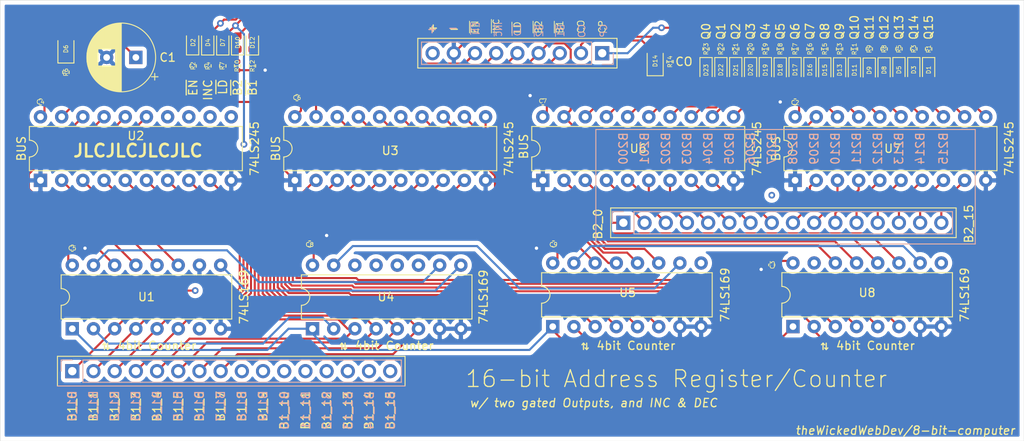
<source format=kicad_pcb>
(kicad_pcb (version 20171130) (host pcbnew "(5.1.10-1-10_14)")
  (layers (0 F.Cu signal) (1 In1.Cu signal) (2 In2.Cu signal) (31 B.Cu signal) (34 B.Paste user) (35 F.Paste user) (36 B.SilkS user) (37 F.SilkS user) (38 B.Mask user) (39 F.Mask user) (44 Edge.Cuts user))
  (net 0 "")
  (net 1 GND)
  (net 2 VCC)
  (net 3 "Net-(D1-Pad1)")
  (net 4 "Net-(D9-Pad1)")
  (net 5 "Net-(U4-Pad15)")
  (net 6 "Net-(U5-Pad15)")
  (net 7 CARRY)
  (net 8 CLOCK)
  (net 9 BUS_00)
  (net 10 BUS_01)
  (net 11 BUS_02)
  (net 12 BUS_03)
  (net 13 BUS_04)
  (net 14 BUS_05)
  (net 15 BUS_06)
  (net 16 BUS_07)
  (net 17 BUS_08)
  (net 18 BUS_09)
  (net 19 BUS_10)
  (net 20 BUS_11)
  (net 21 BUS_12)
  (net 22 BUS_13)
  (net 23 BUS_14)
  (net 24 BUS_15)
  (net 25 BUS2_00)
  (net 26 BUS2_01)
  (net 27 BUS2_02)
  (net 28 BUS2_03)
  (net 29 BUS2_04)
  (net 30 BUS2_05)
  (net 31 BUS2_06)
  (net 32 BUS2_07)
  (net 33 BUS2_08)
  (net 34 BUS2_09)
  (net 35 BUS2_10)
  (net 36 BUS2_11)
  (net 37 BUS2_12)
  (net 38 BUS2_13)
  (net 39 BUS2_14)
  (net 40 BUS2_15)
  (net 41 Q0)
  (net 42 Q1)
  (net 43 Q2)
  (net 44 Q3)
  (net 45 Q4)
  (net 46 Q5)
  (net 47 Q6)
  (net 48 Q7)
  (net 49 Q8)
  (net 50 Q9)
  (net 51 Q10)
  (net 52 Q11)
  (net 53 Q12)
  (net 54 Q13)
  (net 55 Q14)
  (net 56 Q15)
  (net 57 "Net-(D2-Pad1)")
  (net 58 "Net-(D3-Pad1)")
  (net 59 "Net-(D4-Pad1)")
  (net 60 "Net-(D5-Pad1)")
  (net 61 "Net-(D6-Pad1)")
  (net 62 "Net-(D7-Pad1)")
  (net 63 "Net-(D8-Pad1)")
  (net 64 "Net-(D10-Pad1)")
  (net 65 "Net-(D11-Pad1)")
  (net 66 "Net-(D12-Pad1)")
  (net 67 "Net-(D13-Pad1)")
  (net 68 "Net-(D14-Pad1)")
  (net 69 "Net-(D15-Pad1)")
  (net 70 "Net-(D16-Pad1)")
  (net 71 "Net-(D17-Pad1)")
  (net 72 "Net-(D18-Pad1)")
  (net 73 "Net-(D19-Pad1)")
  (net 74 "Net-(D20-Pad1)")
  (net 75 "Net-(D21-Pad1)")
  (net 76 "Net-(D22-Pad1)")
  (net 77 "Net-(D23-Pad1)")
  (net 78 ~EN)
  (net 79 INC_DEC)
  (net 80 ~LOAD)
  (net 81 "Net-(U1-Pad15)")
  (net 82 ~ADR_BUS_2)
  (net 83 ~ADR_BUS_1)
  (module Package_DIP:DIP-20_W7.62mm (layer F.Cu) (at 226.06 189.738 90)
    (fp_text reference U7 (at 3.81 11.684 180) (layer F.SilkS))
    (fp_text value 74LS245 (at 3.81 25.654 90) (layer F.SilkS))
    (fp_text user BUS (at 3.81 -2.286 270) (layer F.SilkS))
    (pad 20 thru_hole oval (at 7.62 0 90) (size 1.6 1.6) (drill 0.8) (layers *.Cu *.Mask) (net 2 VCC))
    (pad 10 thru_hole oval (at 0 22.86 90) (size 1.6 1.6) (drill 0.8) (layers *.Cu *.Mask) (net 1 GND))
    (pad 19 thru_hole oval (at 7.62 2.54 90) (size 1.6 1.6) (drill 0.8) (layers *.Cu *.Mask) (net 82 ~ADR_BUS_2))
    (pad 9 thru_hole oval (at 0 20.32 90) (size 1.6 1.6) (drill 0.8) (layers *.Cu *.Mask) (net 40 BUS2_15))
    (pad 18 thru_hole oval (at 7.62 5.08 90) (size 1.6 1.6) (drill 0.8) (layers *.Cu *.Mask) (net 49 Q8))
    (pad 8 thru_hole oval (at 0 17.78 90) (size 1.6 1.6) (drill 0.8) (layers *.Cu *.Mask) (net 39 BUS2_14))
    (pad 17 thru_hole oval (at 7.62 7.62 90) (size 1.6 1.6) (drill 0.8) (layers *.Cu *.Mask) (net 50 Q9))
    (pad 7 thru_hole oval (at 0 15.24 90) (size 1.6 1.6) (drill 0.8) (layers *.Cu *.Mask) (net 38 BUS2_13))
    (pad 16 thru_hole oval (at 7.62 10.16 90) (size 1.6 1.6) (drill 0.8) (layers *.Cu *.Mask) (net 51 Q10))
    (pad 6 thru_hole oval (at 0 12.7 90) (size 1.6 1.6) (drill 0.8) (layers *.Cu *.Mask) (net 37 BUS2_12))
    (pad 15 thru_hole oval (at 7.62 12.7 90) (size 1.6 1.6) (drill 0.8) (layers *.Cu *.Mask) (net 52 Q11))
    (pad 5 thru_hole oval (at 0 10.16 90) (size 1.6 1.6) (drill 0.8) (layers *.Cu *.Mask) (net 36 BUS2_11))
    (pad 14 thru_hole oval (at 7.62 15.24 90) (size 1.6 1.6) (drill 0.8) (layers *.Cu *.Mask) (net 53 Q12))
    (pad 4 thru_hole oval (at 0 7.62 90) (size 1.6 1.6) (drill 0.8) (layers *.Cu *.Mask) (net 35 BUS2_10))
    (pad 13 thru_hole oval (at 7.62 17.78 90) (size 1.6 1.6) (drill 0.8) (layers *.Cu *.Mask) (net 54 Q13))
    (pad 3 thru_hole oval (at 0 5.08 90) (size 1.6 1.6) (drill 0.8) (layers *.Cu *.Mask) (net 34 BUS2_09))
    (pad 12 thru_hole oval (at 7.62 20.32 90) (size 1.6 1.6) (drill 0.8) (layers *.Cu *.Mask) (net 55 Q14))
    (pad 2 thru_hole oval (at 0 2.54 90) (size 1.6 1.6) (drill 0.8) (layers *.Cu *.Mask) (net 33 BUS2_08))
    (pad 11 thru_hole oval (at 7.62 22.86 90) (size 1.6 1.6) (drill 0.8) (layers *.Cu *.Mask) (net 56 Q15))
    (pad 1 thru_hole rect (at 0 0 90) (size 1.6 1.6) (drill 0.8) (layers *.Cu *.Mask) (net 1 GND))
  )
  (module Package_DIP:DIP-20_W7.62mm (layer F.Cu) (at 195.834 189.738 90)
    (fp_text reference U6 (at 3.81 11.43 180) (layer F.SilkS))
    (fp_text value 74LS245 (at 3.81 25.654 90) (layer F.SilkS))
    (fp_text user BUS (at 4.064 -2.286 270) (layer F.SilkS))
    (pad 20 thru_hole oval (at 7.62 0 90) (size 1.6 1.6) (drill 0.8) (layers *.Cu *.Mask) (net 2 VCC))
    (pad 10 thru_hole oval (at 0 22.86 90) (size 1.6 1.6) (drill 0.8) (layers *.Cu *.Mask) (net 1 GND))
    (pad 19 thru_hole oval (at 7.62 2.54 90) (size 1.6 1.6) (drill 0.8) (layers *.Cu *.Mask) (net 82 ~ADR_BUS_2))
    (pad 9 thru_hole oval (at 0 20.32 90) (size 1.6 1.6) (drill 0.8) (layers *.Cu *.Mask) (net 32 BUS2_07))
    (pad 18 thru_hole oval (at 7.62 5.08 90) (size 1.6 1.6) (drill 0.8) (layers *.Cu *.Mask) (net 41 Q0))
    (pad 8 thru_hole oval (at 0 17.78 90) (size 1.6 1.6) (drill 0.8) (layers *.Cu *.Mask) (net 31 BUS2_06))
    (pad 17 thru_hole oval (at 7.62 7.62 90) (size 1.6 1.6) (drill 0.8) (layers *.Cu *.Mask) (net 42 Q1))
    (pad 7 thru_hole oval (at 0 15.24 90) (size 1.6 1.6) (drill 0.8) (layers *.Cu *.Mask) (net 30 BUS2_05))
    (pad 16 thru_hole oval (at 7.62 10.16 90) (size 1.6 1.6) (drill 0.8) (layers *.Cu *.Mask) (net 43 Q2))
    (pad 6 thru_hole oval (at 0 12.7 90) (size 1.6 1.6) (drill 0.8) (layers *.Cu *.Mask) (net 29 BUS2_04))
    (pad 15 thru_hole oval (at 7.62 12.7 90) (size 1.6 1.6) (drill 0.8) (layers *.Cu *.Mask) (net 44 Q3))
    (pad 5 thru_hole oval (at 0 10.16 90) (size 1.6 1.6) (drill 0.8) (layers *.Cu *.Mask) (net 28 BUS2_03))
    (pad 14 thru_hole oval (at 7.62 15.24 90) (size 1.6 1.6) (drill 0.8) (layers *.Cu *.Mask) (net 45 Q4))
    (pad 4 thru_hole oval (at 0 7.62 90) (size 1.6 1.6) (drill 0.8) (layers *.Cu *.Mask) (net 27 BUS2_02))
    (pad 13 thru_hole oval (at 7.62 17.78 90) (size 1.6 1.6) (drill 0.8) (layers *.Cu *.Mask) (net 46 Q5))
    (pad 3 thru_hole oval (at 0 5.08 90) (size 1.6 1.6) (drill 0.8) (layers *.Cu *.Mask) (net 26 BUS2_01))
    (pad 12 thru_hole oval (at 7.62 20.32 90) (size 1.6 1.6) (drill 0.8) (layers *.Cu *.Mask) (net 47 Q6))
    (pad 2 thru_hole oval (at 0 2.54 90) (size 1.6 1.6) (drill 0.8) (layers *.Cu *.Mask) (net 25 BUS2_00))
    (pad 11 thru_hole oval (at 7.62 22.86 90) (size 1.6 1.6) (drill 0.8) (layers *.Cu *.Mask) (net 48 Q7))
    (pad 1 thru_hole rect (at 0 0 90) (size 1.6 1.6) (drill 0.8) (layers *.Cu *.Mask) (net 1 GND))
  )
  (module Package_DIP:DIP-20_W7.62mm (layer F.Cu) (at 166.116 189.738 90)
    (fp_text reference U3 (at 3.556 11.43 180) (layer F.SilkS))
    (fp_text value 74LS245 (at 3.81 25.654 90) (layer F.SilkS))
    (fp_text user BUS (at 3.81 -2.286 270) (layer F.SilkS))
    (pad 20 thru_hole oval (at 7.62 0 90) (size 1.6 1.6) (drill 0.8) (layers *.Cu *.Mask) (net 2 VCC))
    (pad 10 thru_hole oval (at 0 22.86 90) (size 1.6 1.6) (drill 0.8) (layers *.Cu *.Mask) (net 1 GND))
    (pad 19 thru_hole oval (at 7.62 2.54 90) (size 1.6 1.6) (drill 0.8) (layers *.Cu *.Mask) (net 83 ~ADR_BUS_1))
    (pad 9 thru_hole oval (at 0 20.32 90) (size 1.6 1.6) (drill 0.8) (layers *.Cu *.Mask) (net 24 BUS_15))
    (pad 18 thru_hole oval (at 7.62 5.08 90) (size 1.6 1.6) (drill 0.8) (layers *.Cu *.Mask) (net 49 Q8))
    (pad 8 thru_hole oval (at 0 17.78 90) (size 1.6 1.6) (drill 0.8) (layers *.Cu *.Mask) (net 23 BUS_14))
    (pad 17 thru_hole oval (at 7.62 7.62 90) (size 1.6 1.6) (drill 0.8) (layers *.Cu *.Mask) (net 50 Q9))
    (pad 7 thru_hole oval (at 0 15.24 90) (size 1.6 1.6) (drill 0.8) (layers *.Cu *.Mask) (net 22 BUS_13))
    (pad 16 thru_hole oval (at 7.62 10.16 90) (size 1.6 1.6) (drill 0.8) (layers *.Cu *.Mask) (net 51 Q10))
    (pad 6 thru_hole oval (at 0 12.7 90) (size 1.6 1.6) (drill 0.8) (layers *.Cu *.Mask) (net 21 BUS_12))
    (pad 15 thru_hole oval (at 7.62 12.7 90) (size 1.6 1.6) (drill 0.8) (layers *.Cu *.Mask) (net 52 Q11))
    (pad 5 thru_hole oval (at 0 10.16 90) (size 1.6 1.6) (drill 0.8) (layers *.Cu *.Mask) (net 20 BUS_11))
    (pad 14 thru_hole oval (at 7.62 15.24 90) (size 1.6 1.6) (drill 0.8) (layers *.Cu *.Mask) (net 53 Q12))
    (pad 4 thru_hole oval (at 0 7.62 90) (size 1.6 1.6) (drill 0.8) (layers *.Cu *.Mask) (net 19 BUS_10))
    (pad 13 thru_hole oval (at 7.62 17.78 90) (size 1.6 1.6) (drill 0.8) (layers *.Cu *.Mask) (net 54 Q13))
    (pad 3 thru_hole oval (at 0 5.08 90) (size 1.6 1.6) (drill 0.8) (layers *.Cu *.Mask) (net 18 BUS_09))
    (pad 12 thru_hole oval (at 7.62 20.32 90) (size 1.6 1.6) (drill 0.8) (layers *.Cu *.Mask) (net 55 Q14))
    (pad 2 thru_hole oval (at 0 2.54 90) (size 1.6 1.6) (drill 0.8) (layers *.Cu *.Mask) (net 17 BUS_08))
    (pad 11 thru_hole oval (at 7.62 22.86 90) (size 1.6 1.6) (drill 0.8) (layers *.Cu *.Mask) (net 56 Q15))
    (pad 1 thru_hole rect (at 0 0 90) (size 1.6 1.6) (drill 0.8) (layers *.Cu *.Mask) (net 1 GND))
  )
  (module Package_DIP:DIP-20_W7.62mm (layer F.Cu) (at 135.636 189.738 90)
    (fp_text reference U2 (at 5.334 11.43 180) (layer F.SilkS))
    (fp_text value 74LS245 (at 3.81 25.654 90) (layer F.SilkS))
    (fp_text user BUS (at 3.81 -2.286 270) (layer F.SilkS))
    (pad 20 thru_hole oval (at 7.62 0 90) (size 1.6 1.6) (drill 0.8) (layers *.Cu *.Mask) (net 2 VCC))
    (pad 10 thru_hole oval (at 0 22.86 90) (size 1.6 1.6) (drill 0.8) (layers *.Cu *.Mask) (net 1 GND))
    (pad 19 thru_hole oval (at 7.62 2.54 90) (size 1.6 1.6) (drill 0.8) (layers *.Cu *.Mask) (net 83 ~ADR_BUS_1))
    (pad 9 thru_hole oval (at 0 20.32 90) (size 1.6 1.6) (drill 0.8) (layers *.Cu *.Mask) (net 16 BUS_07))
    (pad 18 thru_hole oval (at 7.62 5.08 90) (size 1.6 1.6) (drill 0.8) (layers *.Cu *.Mask) (net 41 Q0))
    (pad 8 thru_hole oval (at 0 17.78 90) (size 1.6 1.6) (drill 0.8) (layers *.Cu *.Mask) (net 15 BUS_06))
    (pad 17 thru_hole oval (at 7.62 7.62 90) (size 1.6 1.6) (drill 0.8) (layers *.Cu *.Mask) (net 42 Q1))
    (pad 7 thru_hole oval (at 0 15.24 90) (size 1.6 1.6) (drill 0.8) (layers *.Cu *.Mask) (net 14 BUS_05))
    (pad 16 thru_hole oval (at 7.62 10.16 90) (size 1.6 1.6) (drill 0.8) (layers *.Cu *.Mask) (net 43 Q2))
    (pad 6 thru_hole oval (at 0 12.7 90) (size 1.6 1.6) (drill 0.8) (layers *.Cu *.Mask) (net 13 BUS_04))
    (pad 15 thru_hole oval (at 7.62 12.7 90) (size 1.6 1.6) (drill 0.8) (layers *.Cu *.Mask) (net 44 Q3))
    (pad 5 thru_hole oval (at 0 10.16 90) (size 1.6 1.6) (drill 0.8) (layers *.Cu *.Mask) (net 12 BUS_03))
    (pad 14 thru_hole oval (at 7.62 15.24 90) (size 1.6 1.6) (drill 0.8) (layers *.Cu *.Mask) (net 45 Q4))
    (pad 4 thru_hole oval (at 0 7.62 90) (size 1.6 1.6) (drill 0.8) (layers *.Cu *.Mask) (net 11 BUS_02))
    (pad 13 thru_hole oval (at 7.62 17.78 90) (size 1.6 1.6) (drill 0.8) (layers *.Cu *.Mask) (net 46 Q5))
    (pad 3 thru_hole oval (at 0 5.08 90) (size 1.6 1.6) (drill 0.8) (layers *.Cu *.Mask) (net 10 BUS_01))
    (pad 12 thru_hole oval (at 7.62 20.32 90) (size 1.6 1.6) (drill 0.8) (layers *.Cu *.Mask) (net 47 Q6))
    (pad 2 thru_hole oval (at 0 2.54 90) (size 1.6 1.6) (drill 0.8) (layers *.Cu *.Mask) (net 9 BUS_00))
    (pad 11 thru_hole oval (at 7.62 22.86 90) (size 1.6 1.6) (drill 0.8) (layers *.Cu *.Mask) (net 48 Q7))
    (pad 1 thru_hole rect (at 0 0 90) (size 1.6 1.6) (drill 0.8) (layers *.Cu *.Mask) (net 1 GND))
  )
  (module Capacitor_THT:CP_Radial_D8.0mm_P3.50mm (layer F.Cu) (at 147.066 175.006 180)
    (fp_text reference C1 (at -3.81 0) (layer F.SilkS))
    (fp_text value CP)
    (pad 2 thru_hole circle (at 3.5 0 180) (size 1.6 1.6) (drill 0.8) (layers *.Cu *.Mask) (net 1 GND))
    (pad 1 thru_hole rect (at 0 0 180) (size 1.6 1.6) (drill 0.8) (layers *.Cu *.Mask) (net 2 VCC))
  )
  (module Connector_PinHeader_2.54mm:PinHeader_1x16_P2.54mm_Vertical (layer B.Cu) (at 205.486 194.818 270)
    (fp_text reference J3 hide)
    (fp_text value Conn_01x16)
    (pad 16 thru_hole oval (at 0 -38.1 270) (size 1.7 1.7) (drill 1) (layers *.Cu *.Mask) (net 40 BUS2_15))
    (pad 15 thru_hole oval (at 0 -35.56 270) (size 1.7 1.7) (drill 1) (layers *.Cu *.Mask) (net 39 BUS2_14))
    (pad 14 thru_hole oval (at 0 -33.02 270) (size 1.7 1.7) (drill 1) (layers *.Cu *.Mask) (net 38 BUS2_13))
    (pad 13 thru_hole oval (at 0 -30.48 270) (size 1.7 1.7) (drill 1) (layers *.Cu *.Mask) (net 37 BUS2_12))
    (pad 12 thru_hole oval (at 0 -27.94 270) (size 1.7 1.7) (drill 1) (layers *.Cu *.Mask) (net 36 BUS2_11))
    (pad 11 thru_hole oval (at 0 -25.4 270) (size 1.7 1.7) (drill 1) (layers *.Cu *.Mask) (net 35 BUS2_10))
    (pad 10 thru_hole oval (at 0 -22.86 270) (size 1.7 1.7) (drill 1) (layers *.Cu *.Mask) (net 34 BUS2_09))
    (pad 9 thru_hole oval (at 0 -20.32 270) (size 1.7 1.7) (drill 1) (layers *.Cu *.Mask) (net 33 BUS2_08))
    (pad 8 thru_hole oval (at 0 -17.78 270) (size 1.7 1.7) (drill 1) (layers *.Cu *.Mask) (net 32 BUS2_07))
    (pad 7 thru_hole oval (at 0 -15.24 270) (size 1.7 1.7) (drill 1) (layers *.Cu *.Mask) (net 31 BUS2_06))
    (pad 6 thru_hole oval (at 0 -12.7 270) (size 1.7 1.7) (drill 1) (layers *.Cu *.Mask) (net 30 BUS2_05))
    (pad 5 thru_hole oval (at 0 -10.16 270) (size 1.7 1.7) (drill 1) (layers *.Cu *.Mask) (net 29 BUS2_04))
    (pad 4 thru_hole oval (at 0 -7.62 270) (size 1.7 1.7) (drill 1) (layers *.Cu *.Mask) (net 28 BUS2_03))
    (pad 3 thru_hole oval (at 0 -5.08 270) (size 1.7 1.7) (drill 1) (layers *.Cu *.Mask) (net 27 BUS2_02))
    (pad 2 thru_hole oval (at 0 -2.54 270) (size 1.7 1.7) (drill 1) (layers *.Cu *.Mask) (net 26 BUS2_01))
    (pad 1 thru_hole rect (at 0 0 270) (size 1.7 1.7) (drill 1) (layers *.Cu *.Mask) (net 25 BUS2_00))
  )
  (module Connector_PinHeader_2.54mm:PinHeader_1x16_P2.54mm_Vertical (layer B.Cu) (at 139.446 212.598 270)
    (fp_text reference J2 hide)
    (fp_text value Conn_01x16)
    (pad 16 thru_hole oval (at 0 -38.1 270) (size 1.7 1.7) (drill 1) (layers *.Cu *.Mask) (net 24 BUS_15))
    (pad 15 thru_hole oval (at 0 -35.56 270) (size 1.7 1.7) (drill 1) (layers *.Cu *.Mask) (net 23 BUS_14))
    (pad 14 thru_hole oval (at 0 -33.02 270) (size 1.7 1.7) (drill 1) (layers *.Cu *.Mask) (net 22 BUS_13))
    (pad 13 thru_hole oval (at 0 -30.48 270) (size 1.7 1.7) (drill 1) (layers *.Cu *.Mask) (net 21 BUS_12))
    (pad 12 thru_hole oval (at 0 -27.94 270) (size 1.7 1.7) (drill 1) (layers *.Cu *.Mask) (net 20 BUS_11))
    (pad 11 thru_hole oval (at 0 -25.4 270) (size 1.7 1.7) (drill 1) (layers *.Cu *.Mask) (net 19 BUS_10))
    (pad 10 thru_hole oval (at 0 -22.86 270) (size 1.7 1.7) (drill 1) (layers *.Cu *.Mask) (net 18 BUS_09))
    (pad 9 thru_hole oval (at 0 -20.32 270) (size 1.7 1.7) (drill 1) (layers *.Cu *.Mask) (net 17 BUS_08))
    (pad 8 thru_hole oval (at 0 -17.78 270) (size 1.7 1.7) (drill 1) (layers *.Cu *.Mask) (net 16 BUS_07))
    (pad 7 thru_hole oval (at 0 -15.24 270) (size 1.7 1.7) (drill 1) (layers *.Cu *.Mask) (net 15 BUS_06))
    (pad 6 thru_hole oval (at 0 -12.7 270) (size 1.7 1.7) (drill 1) (layers *.Cu *.Mask) (net 14 BUS_05))
    (pad 5 thru_hole oval (at 0 -10.16 270) (size 1.7 1.7) (drill 1) (layers *.Cu *.Mask) (net 13 BUS_04))
    (pad 4 thru_hole oval (at 0 -7.62 270) (size 1.7 1.7) (drill 1) (layers *.Cu *.Mask) (net 12 BUS_03))
    (pad 3 thru_hole oval (at 0 -5.08 270) (size 1.7 1.7) (drill 1) (layers *.Cu *.Mask) (net 11 BUS_02))
    (pad 2 thru_hole oval (at 0 -2.54 270) (size 1.7 1.7) (drill 1) (layers *.Cu *.Mask) (net 10 BUS_01))
    (pad 1 thru_hole rect (at 0 0 270) (size 1.7 1.7) (drill 1) (layers *.Cu *.Mask) (net 9 BUS_00))
  )
  (module Package_DIP:DIP-16_W7.62mm (layer F.Cu) (at 225.806 207.256 90)
    (fp_text reference U8 (at 4.056 8.89 180) (layer F.SilkS))
    (fp_text value 74LS169 (at 3.81 20.574 90) (layer F.SilkS))
    (fp_text user "⇅ 4bit Counter" (at -2.294 8.89 180) (layer F.SilkS))
    (pad 16 thru_hole oval (at 7.62 0 90) (size 1.6 1.6) (drill 0.8) (layers *.Cu *.Mask) (net 2 VCC))
    (pad 8 thru_hole oval (at 0 17.78 90) (size 1.6 1.6) (drill 0.8) (layers *.Cu *.Mask) (net 1 GND))
    (pad 15 thru_hole oval (at 7.62 2.54 90) (size 1.6 1.6) (drill 0.8) (layers *.Cu *.Mask) (net 7 CARRY))
    (pad 7 thru_hole oval (at 0 15.24 90) (size 1.6 1.6) (drill 0.8) (layers *.Cu *.Mask) (net 1 GND))
    (pad 14 thru_hole oval (at 7.62 5.08 90) (size 1.6 1.6) (drill 0.8) (layers *.Cu *.Mask) (net 53 Q12))
    (pad 6 thru_hole oval (at 0 12.7 90) (size 1.6 1.6) (drill 0.8) (layers *.Cu *.Mask) (net 24 BUS_15))
    (pad 13 thru_hole oval (at 7.62 7.62 90) (size 1.6 1.6) (drill 0.8) (layers *.Cu *.Mask) (net 54 Q13))
    (pad 5 thru_hole oval (at 0 10.16 90) (size 1.6 1.6) (drill 0.8) (layers *.Cu *.Mask) (net 23 BUS_14))
    (pad 12 thru_hole oval (at 7.62 10.16 90) (size 1.6 1.6) (drill 0.8) (layers *.Cu *.Mask) (net 55 Q14))
    (pad 4 thru_hole oval (at 0 7.62 90) (size 1.6 1.6) (drill 0.8) (layers *.Cu *.Mask) (net 22 BUS_13))
    (pad 11 thru_hole oval (at 7.62 12.7 90) (size 1.6 1.6) (drill 0.8) (layers *.Cu *.Mask) (net 56 Q15))
    (pad 3 thru_hole oval (at 0 5.08 90) (size 1.6 1.6) (drill 0.8) (layers *.Cu *.Mask) (net 21 BUS_12))
    (pad 10 thru_hole oval (at 7.62 15.24 90) (size 1.6 1.6) (drill 0.8) (layers *.Cu *.Mask) (net 6 "Net-(U5-Pad15)"))
    (pad 2 thru_hole oval (at 0 2.54 90) (size 1.6 1.6) (drill 0.8) (layers *.Cu *.Mask) (net 8 CLOCK))
    (pad 9 thru_hole oval (at 7.62 17.78 90) (size 1.6 1.6) (drill 0.8) (layers *.Cu *.Mask) (net 80 ~LOAD))
    (pad 1 thru_hole rect (at 0 0 90) (size 1.6 1.6) (drill 0.8) (layers *.Cu *.Mask) (net 79 INC_DEC))
  )
  (module Package_DIP:DIP-16_W7.62mm (layer F.Cu) (at 197.019332 207.264 90)
    (fp_text reference U5 (at 4.064 8.974668 180) (layer F.SilkS))
    (fp_text value 74LS169 (at 3.81 20.658668 90) (layer F.SilkS))
    (fp_text user "⇅ 4bit Counter" (at -2.286 8.974668 180) (layer F.SilkS))
    (pad 16 thru_hole oval (at 7.62 0 90) (size 1.6 1.6) (drill 0.8) (layers *.Cu *.Mask) (net 2 VCC))
    (pad 8 thru_hole oval (at 0 17.78 90) (size 1.6 1.6) (drill 0.8) (layers *.Cu *.Mask) (net 1 GND))
    (pad 15 thru_hole oval (at 7.62 2.54 90) (size 1.6 1.6) (drill 0.8) (layers *.Cu *.Mask) (net 6 "Net-(U5-Pad15)"))
    (pad 7 thru_hole oval (at 0 15.24 90) (size 1.6 1.6) (drill 0.8) (layers *.Cu *.Mask) (net 1 GND))
    (pad 14 thru_hole oval (at 7.62 5.08 90) (size 1.6 1.6) (drill 0.8) (layers *.Cu *.Mask) (net 49 Q8))
    (pad 6 thru_hole oval (at 0 12.7 90) (size 1.6 1.6) (drill 0.8) (layers *.Cu *.Mask) (net 20 BUS_11))
    (pad 13 thru_hole oval (at 7.62 7.62 90) (size 1.6 1.6) (drill 0.8) (layers *.Cu *.Mask) (net 50 Q9))
    (pad 5 thru_hole oval (at 0 10.16 90) (size 1.6 1.6) (drill 0.8) (layers *.Cu *.Mask) (net 19 BUS_10))
    (pad 12 thru_hole oval (at 7.62 10.16 90) (size 1.6 1.6) (drill 0.8) (layers *.Cu *.Mask) (net 51 Q10))
    (pad 4 thru_hole oval (at 0 7.62 90) (size 1.6 1.6) (drill 0.8) (layers *.Cu *.Mask) (net 18 BUS_09))
    (pad 11 thru_hole oval (at 7.62 12.7 90) (size 1.6 1.6) (drill 0.8) (layers *.Cu *.Mask) (net 52 Q11))
    (pad 3 thru_hole oval (at 0 5.08 90) (size 1.6 1.6) (drill 0.8) (layers *.Cu *.Mask) (net 17 BUS_08))
    (pad 10 thru_hole oval (at 7.62 15.24 90) (size 1.6 1.6) (drill 0.8) (layers *.Cu *.Mask) (net 5 "Net-(U4-Pad15)"))
    (pad 2 thru_hole oval (at 0 2.54 90) (size 1.6 1.6) (drill 0.8) (layers *.Cu *.Mask) (net 8 CLOCK))
    (pad 9 thru_hole oval (at 7.62 17.78 90) (size 1.6 1.6) (drill 0.8) (layers *.Cu *.Mask) (net 80 ~LOAD))
    (pad 1 thru_hole rect (at 0 0 90) (size 1.6 1.6) (drill 0.8) (layers *.Cu *.Mask) (net 79 INC_DEC))
  )
  (module Package_DIP:DIP-16_W7.62mm (layer F.Cu) (at 168.232666 207.518 90)
    (fp_text reference U4 (at 3.81 8.805334 180) (layer F.SilkS))
    (fp_text value 74LS169 (at 3.81 20.489334 90) (layer F.SilkS))
    (fp_text user "⇅ 4bit Counter" (at -2.032 8.805334 180) (layer F.SilkS))
    (pad 16 thru_hole oval (at 7.62 0 90) (size 1.6 1.6) (drill 0.8) (layers *.Cu *.Mask) (net 2 VCC))
    (pad 8 thru_hole oval (at 0 17.78 90) (size 1.6 1.6) (drill 0.8) (layers *.Cu *.Mask) (net 1 GND))
    (pad 15 thru_hole oval (at 7.62 2.54 90) (size 1.6 1.6) (drill 0.8) (layers *.Cu *.Mask) (net 5 "Net-(U4-Pad15)"))
    (pad 7 thru_hole oval (at 0 15.24 90) (size 1.6 1.6) (drill 0.8) (layers *.Cu *.Mask) (net 1 GND))
    (pad 14 thru_hole oval (at 7.62 5.08 90) (size 1.6 1.6) (drill 0.8) (layers *.Cu *.Mask) (net 45 Q4))
    (pad 6 thru_hole oval (at 0 12.7 90) (size 1.6 1.6) (drill 0.8) (layers *.Cu *.Mask) (net 16 BUS_07))
    (pad 13 thru_hole oval (at 7.62 7.62 90) (size 1.6 1.6) (drill 0.8) (layers *.Cu *.Mask) (net 46 Q5))
    (pad 5 thru_hole oval (at 0 10.16 90) (size 1.6 1.6) (drill 0.8) (layers *.Cu *.Mask) (net 15 BUS_06))
    (pad 12 thru_hole oval (at 7.62 10.16 90) (size 1.6 1.6) (drill 0.8) (layers *.Cu *.Mask) (net 47 Q6))
    (pad 4 thru_hole oval (at 0 7.62 90) (size 1.6 1.6) (drill 0.8) (layers *.Cu *.Mask) (net 14 BUS_05))
    (pad 11 thru_hole oval (at 7.62 12.7 90) (size 1.6 1.6) (drill 0.8) (layers *.Cu *.Mask) (net 48 Q7))
    (pad 3 thru_hole oval (at 0 5.08 90) (size 1.6 1.6) (drill 0.8) (layers *.Cu *.Mask) (net 13 BUS_04))
    (pad 10 thru_hole oval (at 7.62 15.24 90) (size 1.6 1.6) (drill 0.8) (layers *.Cu *.Mask) (net 81 "Net-(U1-Pad15)"))
    (pad 2 thru_hole oval (at 0 2.54 90) (size 1.6 1.6) (drill 0.8) (layers *.Cu *.Mask) (net 8 CLOCK))
    (pad 9 thru_hole oval (at 7.62 17.78 90) (size 1.6 1.6) (drill 0.8) (layers *.Cu *.Mask) (net 80 ~LOAD))
    (pad 1 thru_hole rect (at 0 0 90) (size 1.6 1.6) (drill 0.8) (layers *.Cu *.Mask) (net 79 INC_DEC))
  )
  (module Package_DIP:DIP-16_W7.62mm (layer F.Cu) (at 139.446 207.518 90)
    (fp_text reference U1 (at 3.81 8.89 180) (layer F.SilkS))
    (fp_text value 74LS169 (at 3.81 20.574 90) (layer F.SilkS))
    (fp_text user "⇅ 4bit Counter" (at -2.032 9.144 180) (layer F.SilkS))
    (pad 16 thru_hole oval (at 7.62 0 90) (size 1.6 1.6) (drill 0.8) (layers *.Cu *.Mask) (net 2 VCC))
    (pad 8 thru_hole oval (at 0 17.78 90) (size 1.6 1.6) (drill 0.8) (layers *.Cu *.Mask) (net 1 GND))
    (pad 15 thru_hole oval (at 7.62 2.54 90) (size 1.6 1.6) (drill 0.8) (layers *.Cu *.Mask) (net 81 "Net-(U1-Pad15)"))
    (pad 7 thru_hole oval (at 0 15.24 90) (size 1.6 1.6) (drill 0.8) (layers *.Cu *.Mask) (net 78 ~EN))
    (pad 14 thru_hole oval (at 7.62 5.08 90) (size 1.6 1.6) (drill 0.8) (layers *.Cu *.Mask) (net 41 Q0))
    (pad 6 thru_hole oval (at 0 12.7 90) (size 1.6 1.6) (drill 0.8) (layers *.Cu *.Mask) (net 12 BUS_03))
    (pad 13 thru_hole oval (at 7.62 7.62 90) (size 1.6 1.6) (drill 0.8) (layers *.Cu *.Mask) (net 42 Q1))
    (pad 5 thru_hole oval (at 0 10.16 90) (size 1.6 1.6) (drill 0.8) (layers *.Cu *.Mask) (net 11 BUS_02))
    (pad 12 thru_hole oval (at 7.62 10.16 90) (size 1.6 1.6) (drill 0.8) (layers *.Cu *.Mask) (net 43 Q2))
    (pad 4 thru_hole oval (at 0 7.62 90) (size 1.6 1.6) (drill 0.8) (layers *.Cu *.Mask) (net 10 BUS_01))
    (pad 11 thru_hole oval (at 7.62 12.7 90) (size 1.6 1.6) (drill 0.8) (layers *.Cu *.Mask) (net 44 Q3))
    (pad 3 thru_hole oval (at 0 5.08 90) (size 1.6 1.6) (drill 0.8) (layers *.Cu *.Mask) (net 9 BUS_00))
    (pad 10 thru_hole oval (at 7.62 15.24 90) (size 1.6 1.6) (drill 0.8) (layers *.Cu *.Mask) (net 1 GND))
    (pad 2 thru_hole oval (at 0 2.54 90) (size 1.6 1.6) (drill 0.8) (layers *.Cu *.Mask) (net 8 CLOCK))
    (pad 9 thru_hole oval (at 7.62 17.78 90) (size 1.6 1.6) (drill 0.8) (layers *.Cu *.Mask) (net 80 ~LOAD))
    (pad 1 thru_hole rect (at 0 0 90) (size 1.6 1.6) (drill 0.8) (layers *.Cu *.Mask) (net 79 INC_DEC))
  )
  (module Resistor_SMD:R_0402_1005Metric (layer F.Cu) (at 211.074 175.514 90)
    (fp_text reference R14 (at 0 0 90) (layer F.SilkS) (effects (font (size 0.5 0.5) (thickness 0.08))))
    (fp_text value 0402WGF1001TCE)
    (pad 2 smd roundrect (at 0.51 0 90) (size 0.54 0.64) (layers F.Cu F.Paste F.Mask) (net 1 GND))
    (pad 1 smd roundrect (at -0.51 0 90) (size 0.54 0.64) (layers F.Cu F.Paste F.Mask) (net 68 "Net-(D14-Pad1)"))
  )
  (module Resistor_SMD:R_0402_1005Metric (layer F.Cu) (at 161.036 176.022 270)
    (fp_text reference R12 (at 0 0 90) (layer F.SilkS) (effects (font (size 0.5 0.5) (thickness 0.08))))
    (fp_text value 0402WGF1001TCE)
    (pad 2 smd roundrect (at 0.51 0 270) (size 0.54 0.64) (layers F.Cu F.Paste F.Mask) (net 1 GND))
    (pad 1 smd roundrect (at -0.51 0 270) (size 0.54 0.64) (layers F.Cu F.Paste F.Mask) (net 66 "Net-(D12-Pad1)"))
  )
  (module Resistor_SMD:R_0402_1005Metric (layer F.Cu) (at 159.258 176.022 270)
    (fp_text reference R10 (at 0.002 0.06 90) (layer F.SilkS) (effects (font (size 0.5 0.5) (thickness 0.08))))
    (fp_text value 0402WGF1001TCE)
    (pad 2 smd roundrect (at 0.51 0 270) (size 0.54 0.64) (layers F.Cu F.Paste F.Mask) (net 1 GND))
    (pad 1 smd roundrect (at -0.51 0 270) (size 0.54 0.64) (layers F.Cu F.Paste F.Mask) (net 64 "Net-(D10-Pad1)"))
  )
  (module Resistor_SMD:R_0402_1005Metric (layer F.Cu) (at 157.48 176.022 270)
    (fp_text reference R7 (at 0 0.06 90) (layer F.SilkS) (effects (font (size 0.5 0.5) (thickness 0.08))))
    (fp_text value 0402WGF1001TCE)
    (pad 2 smd roundrect (at 0.51 0 270) (size 0.54 0.64) (layers F.Cu F.Paste F.Mask) (net 1 GND))
    (pad 1 smd roundrect (at -0.51 0 270) (size 0.54 0.64) (layers F.Cu F.Paste F.Mask) (net 62 "Net-(D7-Pad1)"))
  )
  (module Resistor_SMD:R_0402_1005Metric (layer F.Cu) (at 138.684 176.784 270)
    (fp_text reference R6 (at 0 0 90) (layer F.SilkS) (effects (font (size 0.5 0.5) (thickness 0.08))))
    (fp_text value 0402WGF1001TCE)
    (pad 2 smd roundrect (at 0.51 0 270) (size 0.54 0.64) (layers F.Cu F.Paste F.Mask) (net 1 GND))
    (pad 1 smd roundrect (at -0.51 0 270) (size 0.54 0.64) (layers F.Cu F.Paste F.Mask) (net 61 "Net-(D6-Pad1)"))
  )
  (module Resistor_SMD:R_0402_1005Metric (layer F.Cu) (at 155.702 176.02 270)
    (fp_text reference R4 (at 0 0 90) (layer F.SilkS) (effects (font (size 0.5 0.5) (thickness 0.08))))
    (fp_text value 0402WGF1001TCE)
    (pad 2 smd roundrect (at 0.51 0 270) (size 0.54 0.64) (layers F.Cu F.Paste F.Mask) (net 1 GND))
    (pad 1 smd roundrect (at -0.51 0 270) (size 0.54 0.64) (layers F.Cu F.Paste F.Mask) (net 59 "Net-(D4-Pad1)"))
  )
  (module Resistor_SMD:R_0402_1005Metric (layer F.Cu) (at 153.924 176.022 270)
    (fp_text reference R2 (at 0 0 90) (layer F.SilkS) (effects (font (size 0.5 0.5) (thickness 0.08))))
    (fp_text value 0402WGF1001TCE)
    (pad 2 smd roundrect (at 0.51 0 270) (size 0.54 0.64) (layers F.Cu F.Paste F.Mask) (net 1 GND))
    (pad 1 smd roundrect (at -0.51 0 270) (size 0.54 0.64) (layers F.Cu F.Paste F.Mask) (net 57 "Net-(D2-Pad1)"))
  )
  (module Connector_PinHeader_2.54mm:PinHeader_1x09_P2.54mm_Vertical (layer B.Cu) (at 202.946 174.498 90)
    (fp_text reference J1 hide)
    (fp_text value Conn_01x09)
    (pad 9 thru_hole oval (at 0 -20.32 90) (size 1.7 1.7) (drill 1) (layers *.Cu *.Mask) (net 2 VCC))
    (pad 8 thru_hole oval (at 0 -17.78 90) (size 1.7 1.7) (drill 1) (layers *.Cu *.Mask) (net 1 GND))
    (pad 7 thru_hole oval (at 0 -15.24 90) (size 1.7 1.7) (drill 1) (layers *.Cu *.Mask) (net 78 ~EN))
    (pad 6 thru_hole oval (at 0 -12.7 90) (size 1.7 1.7) (drill 1) (layers *.Cu *.Mask) (net 79 INC_DEC))
    (pad 5 thru_hole oval (at 0 -10.16 90) (size 1.7 1.7) (drill 1) (layers *.Cu *.Mask) (net 80 ~LOAD))
    (pad 4 thru_hole oval (at 0 -7.62 90) (size 1.7 1.7) (drill 1) (layers *.Cu *.Mask) (net 82 ~ADR_BUS_2))
    (pad 3 thru_hole oval (at 0 -5.08 90) (size 1.7 1.7) (drill 1) (layers *.Cu *.Mask) (net 83 ~ADR_BUS_1))
    (pad 2 thru_hole oval (at 0 -2.54 90) (size 1.7 1.7) (drill 1) (layers *.Cu *.Mask) (net 7 CARRY))
    (pad 1 thru_hole rect (at 0 0 90) (size 1.7 1.7) (drill 1) (layers *.Cu *.Mask) (net 8 CLOCK))
  )
  (module LED_SMD:LED_0805_2012Metric (layer F.Cu) (at 209.296 175.514 90)
    (fp_text reference D14 (at 0.0785 0 90) (layer F.SilkS) (effects (font (size 0.5 0.5) (thickness 0.08))))
    (fp_text value NCD0805R1)
    (pad 2 smd roundrect (at 0.9375 0 90) (size 0.975 1.4) (layers F.Cu F.Paste F.Mask) (net 7 CARRY))
    (pad 1 smd roundrect (at -0.9375 0 90) (size 0.975 1.4) (layers F.Cu F.Paste F.Mask) (net 68 "Net-(D14-Pad1)"))
  )
  (module LED_SMD:LED_0603_1608Metric (layer F.Cu) (at 161.036 173.228 90)
    (fp_text reference D12 (at 0 0 90) (layer F.SilkS) (effects (font (size 0.5 0.5) (thickness 0.08))))
    (fp_text value 19-217/BHC-ZL1M2RY/3T)
    (pad 2 smd roundrect (at 0.7875 0 90) (size 0.875 0.95) (layers F.Cu F.Paste F.Mask) (net 83 ~ADR_BUS_1))
    (pad 1 smd roundrect (at -0.7875 0 90) (size 0.875 0.95) (layers F.Cu F.Paste F.Mask) (net 66 "Net-(D12-Pad1)"))
  )
  (module LED_SMD:LED_0603_1608Metric (layer F.Cu) (at 159.258 173.228 90)
    (fp_text reference D10 (at 0 0.014 90) (layer F.SilkS) (effects (font (size 0.5 0.5) (thickness 0.08))))
    (fp_text value 19-217/BHC-ZL1M2RY/3T)
    (pad 2 smd roundrect (at 0.7875 0 90) (size 0.875 0.95) (layers F.Cu F.Paste F.Mask) (net 82 ~ADR_BUS_2))
    (pad 1 smd roundrect (at -0.7875 0 90) (size 0.875 0.95) (layers F.Cu F.Paste F.Mask) (net 64 "Net-(D10-Pad1)"))
  )
  (module LED_SMD:LED_0603_1608Metric (layer F.Cu) (at 157.48 173.228 90)
    (fp_text reference D7 (at 0 0 90) (layer F.SilkS) (effects (font (size 0.5 0.5) (thickness 0.08))))
    (fp_text value 19-217/BHC-ZL1M2RY/3T)
    (pad 2 smd roundrect (at 0.7875 0 90) (size 0.875 0.95) (layers F.Cu F.Paste F.Mask) (net 80 ~LOAD))
    (pad 1 smd roundrect (at -0.7875 0 90) (size 0.875 0.95) (layers F.Cu F.Paste F.Mask) (net 62 "Net-(D7-Pad1)"))
  )
  (module LED_SMD:LED_0805_2012Metric (layer F.Cu) (at 138.684 173.99 90)
    (fp_text reference D6 (at 0 0 90) (layer F.SilkS) (effects (font (size 0.5 0.5) (thickness 0.08))))
    (fp_text value NCD0805R1)
    (pad 2 smd roundrect (at 0.9375 0 90) (size 0.975 1.4) (layers F.Cu F.Paste F.Mask) (net 2 VCC))
    (pad 1 smd roundrect (at -0.9375 0 90) (size 0.975 1.4) (layers F.Cu F.Paste F.Mask) (net 61 "Net-(D6-Pad1)"))
  )
  (module LED_SMD:LED_0603_1608Metric (layer F.Cu) (at 155.6765 173.228 90)
    (fp_text reference D4 (at 0 0.0255 90) (layer F.SilkS) (effects (font (size 0.5 0.5) (thickness 0.08))))
    (fp_text value 19-217/BHC-ZL1M2RY/3T)
    (pad 2 smd roundrect (at 0.7875 0 90) (size 0.875 0.95) (layers F.Cu F.Paste F.Mask) (net 79 INC_DEC))
    (pad 1 smd roundrect (at -0.7875 0 90) (size 0.875 0.95) (layers F.Cu F.Paste F.Mask) (net 59 "Net-(D4-Pad1)"))
  )
  (module LED_SMD:LED_0603_1608Metric (layer F.Cu) (at 153.864 173.216 90)
    (fp_text reference D2 (at -0.012 0.06 90) (layer F.SilkS) (effects (font (size 0.5 0.5) (thickness 0.08))))
    (fp_text value 19-217/BHC-ZL1M2RY/3T)
    (pad 2 smd roundrect (at 0.7875 0 90) (size 0.875 0.95) (layers F.Cu F.Paste F.Mask) (net 78 ~EN))
    (pad 1 smd roundrect (at -0.7875 0 90) (size 0.875 0.95) (layers F.Cu F.Paste F.Mask) (net 57 "Net-(D2-Pad1)"))
  )
  (module Capacitor_SMD:C_0402_1005Metric (layer F.Cu) (at 197.104 197.358 180)
    (fp_text reference C9 (at 0 -0.08) (layer F.SilkS) (effects (font (size 0.5 0.5) (thickness 0.08))))
    (fp_text value CL05A106MQ5NUNC)
    (pad 2 smd roundrect (at 0.48 0 180) (size 0.56 0.62) (layers F.Cu F.Paste F.Mask) (net 1 GND))
    (pad 1 smd roundrect (at -0.48 0 180) (size 0.56 0.62) (layers F.Cu F.Paste F.Mask) (net 2 VCC))
  )
  (module Capacitor_SMD:C_0402_1005Metric (layer F.Cu) (at 167.894 197.358 180)
    (fp_text reference C8 (at 0 -0.08) (layer F.SilkS) (effects (font (size 0.5 0.5) (thickness 0.08))))
    (fp_text value CL05A106MQ5NUNC)
    (pad 2 smd roundrect (at 0.48 0 180) (size 0.56 0.62) (layers F.Cu F.Paste F.Mask) (net 1 GND))
    (pad 1 smd roundrect (at -0.48 0 180) (size 0.56 0.62) (layers F.Cu F.Paste F.Mask) (net 2 VCC))
  )
  (module Capacitor_SMD:C_0402_1005Metric (layer F.Cu) (at 195.834 180.34 180)
    (fp_text reference C7 (at 0 0.112) (layer F.SilkS) (effects (font (size 0.5 0.5) (thickness 0.08))))
    (fp_text value CL05A106MQ5NUNC)
    (pad 2 smd roundrect (at 0.48 0 180) (size 0.56 0.62) (layers F.Cu F.Paste F.Mask) (net 1 GND))
    (pad 1 smd roundrect (at -0.48 0 180) (size 0.56 0.62) (layers F.Cu F.Paste F.Mask) (net 2 VCC))
  )
  (module Capacitor_SMD:C_0402_1005Metric (layer F.Cu) (at 166.37 179.832 180)
    (fp_text reference C6 (at 0 0) (layer F.SilkS) (effects (font (size 0.5 0.5) (thickness 0.08))))
    (fp_text value CL05A106MQ5NUNC)
    (pad 2 smd roundrect (at 0.48 0 180) (size 0.56 0.62) (layers F.Cu F.Paste F.Mask) (net 1 GND))
    (pad 1 smd roundrect (at -0.48 0 180) (size 0.56 0.62) (layers F.Cu F.Paste F.Mask) (net 2 VCC))
  )
  (module Capacitor_SMD:C_0402_1005Metric (layer F.Cu) (at 139.446 197.866)
    (fp_text reference C5 (at 0 0) (layer F.SilkS) (effects (font (size 0.5 0.5) (thickness 0.08))))
    (fp_text value CL05A106MQ5NUNC)
    (pad 2 smd roundrect (at 0.48 0) (size 0.56 0.62) (layers F.Cu F.Paste F.Mask) (net 1 GND))
    (pad 1 smd roundrect (at -0.48 0) (size 0.56 0.62) (layers F.Cu F.Paste F.Mask) (net 2 VCC))
  )
  (module Capacitor_SMD:C_0402_1005Metric (layer F.Cu) (at 135.636 180.34 180)
    (fp_text reference C4 (at 0 0) (layer F.SilkS) (effects (font (size 0.5 0.5) (thickness 0.08))))
    (fp_text value CL05A106MQ5NUNC)
    (pad 2 smd roundrect (at 0.48 0 180) (size 0.56 0.62) (layers F.Cu F.Paste F.Mask) (net 1 GND))
    (pad 1 smd roundrect (at -0.48 0 180) (size 0.56 0.62) (layers F.Cu F.Paste F.Mask) (net 2 VCC))
  )
  (module Capacitor_SMD:C_0402_1005Metric (layer F.Cu) (at 223.266 199.87 270)
    (fp_text reference C3 (at 0 -0.08 90) (layer F.SilkS) (effects (font (size 0.5 0.5) (thickness 0.08))))
    (fp_text value CL05A106MQ5NUNC)
    (pad 2 smd roundrect (at 0.48 0 270) (size 0.56 0.62) (layers F.Cu F.Paste F.Mask) (net 1 GND))
    (pad 1 smd roundrect (at -0.48 0 270) (size 0.56 0.62) (layers F.Cu F.Paste F.Mask) (net 2 VCC))
  )
  (module Capacitor_SMD:C_0402_1005Metric (layer F.Cu) (at 226.06 180.34 180)
    (fp_text reference C2 (at 0 -0.08) (layer F.SilkS) (effects (font (size 0.5 0.5) (thickness 0.08))))
    (fp_text value CL05A106MQ5NUNC)
    (pad 2 smd roundrect (at 0.48 0 180) (size 0.56 0.62) (layers F.Cu F.Paste F.Mask) (net 1 GND))
    (pad 1 smd roundrect (at -0.48 0 180) (size 0.56 0.62) (layers F.Cu F.Paste F.Mask) (net 2 VCC))
  )
  (module Resistor_SMD:R_0402_1005Metric (layer F.Cu) (at 238.506 173.988 90)
    (fp_text reference R5 (at 0 0 90) (layer F.SilkS) (effects (font (size 0.5 0.5) (thickness 0.08))))
    (fp_text value 0402WGF1001TCE)
    (pad 2 smd roundrect (at 0.51 0 90) (size 0.54 0.64) (layers F.Cu F.Paste F.Mask) (net 1 GND))
    (pad 1 smd roundrect (at -0.51 0 90) (size 0.54 0.64) (layers F.Cu F.Paste F.Mask) (net 60 "Net-(D5-Pad1)"))
  )
  (module LED_SMD:LED_0603_1608Metric (layer F.Cu) (at 242.062 176.5045 270)
    (fp_text reference D1 (at 0 0 90) (layer F.SilkS) (effects (font (size 0.5 0.5) (thickness 0.08))))
    (fp_text value 19-217/GHC-YR1S2/3T)
    (pad 2 smd roundrect (at 0.7875 0 270) (size 0.875 0.95) (layers F.Cu F.Paste F.Mask) (net 56 Q15))
    (pad 1 smd roundrect (at -0.7875 0 270) (size 0.875 0.95) (layers F.Cu F.Paste F.Mask) (net 3 "Net-(D1-Pad1)"))
  )
  (module LED_SMD:LED_0603_1608Metric (layer F.Cu) (at 240.284 176.5045 270)
    (fp_text reference D3 (at 0 0 90) (layer F.SilkS) (effects (font (size 0.5 0.5) (thickness 0.08))))
    (fp_text value 19-217/GHC-YR1S2/3T)
    (pad 2 smd roundrect (at 0.7875 0 270) (size 0.875 0.95) (layers F.Cu F.Paste F.Mask) (net 55 Q14))
    (pad 1 smd roundrect (at -0.7875 0 270) (size 0.875 0.95) (layers F.Cu F.Paste F.Mask) (net 58 "Net-(D3-Pad1)"))
  )
  (module LED_SMD:LED_0603_1608Metric (layer F.Cu) (at 238.506 176.5045 270)
    (fp_text reference D5 (at 0 0 90) (layer F.SilkS) (effects (font (size 0.5 0.5) (thickness 0.08))))
    (fp_text value 19-217/GHC-YR1S2/3T)
    (pad 2 smd roundrect (at 0.7875 0 270) (size 0.875 0.95) (layers F.Cu F.Paste F.Mask) (net 54 Q13))
    (pad 1 smd roundrect (at -0.7875 0 270) (size 0.875 0.95) (layers F.Cu F.Paste F.Mask) (net 60 "Net-(D5-Pad1)"))
  )
  (module LED_SMD:LED_0603_1608Metric (layer F.Cu) (at 236.728 176.53 270)
    (fp_text reference D8 (at 0 0 90) (layer F.SilkS) (effects (font (size 0.5 0.5) (thickness 0.08))))
    (fp_text value 19-217/GHC-YR1S2/3T)
    (pad 2 smd roundrect (at 0.7875 0 270) (size 0.875 0.95) (layers F.Cu F.Paste F.Mask) (net 53 Q12))
    (pad 1 smd roundrect (at -0.7875 0 270) (size 0.875 0.95) (layers F.Cu F.Paste F.Mask) (net 63 "Net-(D8-Pad1)"))
  )
  (module LED_SMD:LED_0603_1608Metric (layer F.Cu) (at 234.95 176.5555 270)
    (fp_text reference D9 (at 0 0 90) (layer F.SilkS) (effects (font (size 0.5 0.5) (thickness 0.08))))
    (fp_text value 19-217/GHC-YR1S2/3T)
    (pad 2 smd roundrect (at 0.7875 0 270) (size 0.875 0.95) (layers F.Cu F.Paste F.Mask) (net 52 Q11))
    (pad 1 smd roundrect (at -0.7875 0 270) (size 0.875 0.95) (layers F.Cu F.Paste F.Mask) (net 4 "Net-(D9-Pad1)"))
  )
  (module Resistor_SMD:R_0402_1005Metric (layer F.Cu) (at 236.728 173.99 90)
    (fp_text reference R8 (at 0 0 90) (layer F.SilkS) (effects (font (size 0.5 0.5) (thickness 0.08))))
    (fp_text value 0402WGF1001TCE)
    (pad 2 smd roundrect (at 0.51 0 90) (size 0.54 0.64) (layers F.Cu F.Paste F.Mask) (net 1 GND))
    (pad 1 smd roundrect (at -0.51 0 90) (size 0.54 0.64) (layers F.Cu F.Paste F.Mask) (net 63 "Net-(D8-Pad1)"))
  )
  (module LED_SMD:LED_0603_1608Metric (layer F.Cu) (at 233.172 176.53 270)
    (fp_text reference D11 (at 0 0 90) (layer F.SilkS) (effects (font (size 0.5 0.5) (thickness 0.08))))
    (fp_text value 19-217/GHC-YR1S2/3T)
    (pad 2 smd roundrect (at 0.7875 0 270) (size 0.875 0.95) (layers F.Cu F.Paste F.Mask) (net 51 Q10))
    (pad 1 smd roundrect (at -0.7875 0 270) (size 0.875 0.95) (layers F.Cu F.Paste F.Mask) (net 65 "Net-(D11-Pad1)"))
  )
  (module LED_SMD:LED_0603_1608Metric (layer F.Cu) (at 231.394 176.53 270)
    (fp_text reference D13 (at 0 0 90) (layer F.SilkS) (effects (font (size 0.5 0.5) (thickness 0.08))))
    (fp_text value 19-217/GHC-YR1S2/3T)
    (pad 2 smd roundrect (at 0.7875 0 270) (size 0.875 0.95) (layers F.Cu F.Paste F.Mask) (net 50 Q9))
    (pad 1 smd roundrect (at -0.7875 0 270) (size 0.875 0.95) (layers F.Cu F.Paste F.Mask) (net 67 "Net-(D13-Pad1)"))
  )
  (module LED_SMD:LED_0603_1608Metric (layer F.Cu) (at 229.616 176.53 270)
    (fp_text reference D15 (at 0 0 90) (layer F.SilkS) (effects (font (size 0.5 0.5) (thickness 0.08))))
    (fp_text value 19-217/GHC-YR1S2/3T)
    (pad 2 smd roundrect (at 0.7875 0 270) (size 0.875 0.95) (layers F.Cu F.Paste F.Mask) (net 49 Q8))
    (pad 1 smd roundrect (at -0.7875 0 270) (size 0.875 0.95) (layers F.Cu F.Paste F.Mask) (net 69 "Net-(D15-Pad1)"))
  )
  (module LED_SMD:LED_0603_1608Metric (layer F.Cu) (at 227.838 176.5045 270)
    (fp_text reference D16 (at 0 0 90) (layer F.SilkS) (effects (font (size 0.5 0.5) (thickness 0.08))))
    (fp_text value 19-217/GHC-YR1S2/3T)
    (pad 2 smd roundrect (at 0.7875 0 270) (size 0.875 0.95) (layers F.Cu F.Paste F.Mask) (net 48 Q7))
    (pad 1 smd roundrect (at -0.7875 0 270) (size 0.875 0.95) (layers F.Cu F.Paste F.Mask) (net 70 "Net-(D16-Pad1)"))
  )
  (module LED_SMD:LED_0603_1608Metric (layer F.Cu) (at 226.06 176.5045 270)
    (fp_text reference D17 (at 0 0 90) (layer F.SilkS) (effects (font (size 0.5 0.5) (thickness 0.08))))
    (fp_text value 19-217/GHC-YR1S2/3T)
    (pad 2 smd roundrect (at 0.7875 0 270) (size 0.875 0.95) (layers F.Cu F.Paste F.Mask) (net 47 Q6))
    (pad 1 smd roundrect (at -0.7875 0 270) (size 0.875 0.95) (layers F.Cu F.Paste F.Mask) (net 71 "Net-(D17-Pad1)"))
  )
  (module LED_SMD:LED_0603_1608Metric (layer F.Cu) (at 224.282 176.53 270)
    (fp_text reference D18 (at -0.0255 0 90) (layer F.SilkS) (effects (font (size 0.5 0.5) (thickness 0.08))))
    (fp_text value 19-217/GHC-YR1S2/3T)
    (pad 2 smd roundrect (at 0.7875 0 270) (size 0.875 0.95) (layers F.Cu F.Paste F.Mask) (net 46 Q5))
    (pad 1 smd roundrect (at -0.7875 0 270) (size 0.875 0.95) (layers F.Cu F.Paste F.Mask) (net 72 "Net-(D18-Pad1)"))
  )
  (module LED_SMD:LED_0603_1608Metric (layer F.Cu) (at 222.504 176.5045 270)
    (fp_text reference D19 (at 0.0255 0 90) (layer F.SilkS) (effects (font (size 0.5 0.5) (thickness 0.08))))
    (fp_text value 19-217/GHC-YR1S2/3T)
    (pad 2 smd roundrect (at 0.7875 0 270) (size 0.875 0.95) (layers F.Cu F.Paste F.Mask) (net 45 Q4))
    (pad 1 smd roundrect (at -0.7875 0 270) (size 0.875 0.95) (layers F.Cu F.Paste F.Mask) (net 73 "Net-(D19-Pad1)"))
  )
  (module LED_SMD:LED_0603_1608Metric (layer F.Cu) (at 220.726 176.5045 270)
    (fp_text reference D20 (at 0 0 90) (layer F.SilkS) (effects (font (size 0.5 0.5) (thickness 0.08))))
    (fp_text value 19-217/GHC-YR1S2/3T)
    (pad 2 smd roundrect (at 0.7875 0 270) (size 0.875 0.95) (layers F.Cu F.Paste F.Mask) (net 44 Q3))
    (pad 1 smd roundrect (at -0.7875 0 270) (size 0.875 0.95) (layers F.Cu F.Paste F.Mask) (net 74 "Net-(D20-Pad1)"))
  )
  (module LED_SMD:LED_0603_1608Metric (layer F.Cu) (at 218.948 176.5045 270)
    (fp_text reference D21 (at 0 0 90) (layer F.SilkS) (effects (font (size 0.5 0.5) (thickness 0.08))))
    (fp_text value 19-217/GHC-YR1S2/3T)
    (pad 2 smd roundrect (at 0.7875 0 270) (size 0.875 0.95) (layers F.Cu F.Paste F.Mask) (net 43 Q2))
    (pad 1 smd roundrect (at -0.7875 0 270) (size 0.875 0.95) (layers F.Cu F.Paste F.Mask) (net 75 "Net-(D21-Pad1)"))
  )
  (module LED_SMD:LED_0603_1608Metric (layer F.Cu) (at 217.17 176.5045 270)
    (fp_text reference D22 (at 0 0 90) (layer F.SilkS) (effects (font (size 0.5 0.5) (thickness 0.08))))
    (fp_text value 19-217/GHC-YR1S2/3T)
    (pad 2 smd roundrect (at 0.7875 0 270) (size 0.875 0.95) (layers F.Cu F.Paste F.Mask) (net 42 Q1))
    (pad 1 smd roundrect (at -0.7875 0 270) (size 0.875 0.95) (layers F.Cu F.Paste F.Mask) (net 76 "Net-(D22-Pad1)"))
  )
  (module LED_SMD:LED_0603_1608Metric (layer F.Cu) (at 215.392 176.5045 270)
    (fp_text reference D23 (at 0.0255 0 90) (layer F.SilkS) (effects (font (size 0.5 0.5) (thickness 0.08))))
    (fp_text value 19-217/GHC-YR1S2/3T)
    (pad 2 smd roundrect (at 0.7875 0 270) (size 0.875 0.95) (layers F.Cu F.Paste F.Mask) (net 41 Q0))
    (pad 1 smd roundrect (at -0.7875 0 270) (size 0.875 0.95) (layers F.Cu F.Paste F.Mask) (net 77 "Net-(D23-Pad1)"))
  )
  (module Resistor_SMD:R_0402_1005Metric (layer F.Cu) (at 242.062 173.992 90)
    (fp_text reference R1 (at 0 0 90) (layer F.SilkS) (effects (font (size 0.5 0.5) (thickness 0.08))))
    (fp_text value 0402WGF1001TCE)
    (pad 2 smd roundrect (at 0.51 0 90) (size 0.54 0.64) (layers F.Cu F.Paste F.Mask) (net 1 GND))
    (pad 1 smd roundrect (at -0.51 0 90) (size 0.54 0.64) (layers F.Cu F.Paste F.Mask) (net 3 "Net-(D1-Pad1)"))
  )
  (module Resistor_SMD:R_0402_1005Metric (layer F.Cu) (at 240.284 173.988 90)
    (fp_text reference R3 (at -0.002 0 90) (layer F.SilkS) (effects (font (size 0.5 0.5) (thickness 0.08))))
    (fp_text value 0402WGF1001TCE)
    (pad 2 smd roundrect (at 0.51 0 90) (size 0.54 0.64) (layers F.Cu F.Paste F.Mask) (net 1 GND))
    (pad 1 smd roundrect (at -0.51 0 90) (size 0.54 0.64) (layers F.Cu F.Paste F.Mask) (net 58 "Net-(D3-Pad1)"))
  )
  (module Resistor_SMD:R_0402_1005Metric (layer F.Cu) (at 234.95 173.992 90)
    (fp_text reference R9 (at 0 0 90) (layer F.SilkS) (effects (font (size 0.5 0.5) (thickness 0.08))))
    (fp_text value 0402WGF1001TCE)
    (pad 2 smd roundrect (at 0.51 0 90) (size 0.54 0.64) (layers F.Cu F.Paste F.Mask) (net 1 GND))
    (pad 1 smd roundrect (at -0.51 0 90) (size 0.54 0.64) (layers F.Cu F.Paste F.Mask) (net 4 "Net-(D9-Pad1)"))
  )
  (module Resistor_SMD:R_0402_1005Metric (layer F.Cu) (at 233.172 173.992 90)
    (fp_text reference R11 (at 0.002 0 90) (layer F.SilkS) (effects (font (size 0.5 0.5) (thickness 0.08))))
    (fp_text value 0402WGF1001TCE)
    (pad 2 smd roundrect (at 0.51 0 90) (size 0.54 0.64) (layers F.Cu F.Paste F.Mask) (net 1 GND))
    (pad 1 smd roundrect (at -0.51 0 90) (size 0.54 0.64) (layers F.Cu F.Paste F.Mask) (net 65 "Net-(D11-Pad1)"))
  )
  (module Resistor_SMD:R_0402_1005Metric (layer F.Cu) (at 231.394 173.99 90)
    (fp_text reference R13 (at 0 0 90) (layer F.SilkS) (effects (font (size 0.5 0.5) (thickness 0.08))))
    (fp_text value 0402WGF1001TCE)
    (pad 2 smd roundrect (at 0.51 0 90) (size 0.54 0.64) (layers F.Cu F.Paste F.Mask) (net 1 GND))
    (pad 1 smd roundrect (at -0.51 0 90) (size 0.54 0.64) (layers F.Cu F.Paste F.Mask) (net 67 "Net-(D13-Pad1)"))
  )
  (module Resistor_SMD:R_0402_1005Metric (layer F.Cu) (at 229.616 173.99 90)
    (fp_text reference R15 (at 0 0 90) (layer F.SilkS) (effects (font (size 0.5 0.5) (thickness 0.08))))
    (fp_text value 0402WGF1001TCE)
    (pad 2 smd roundrect (at 0.51 0 90) (size 0.54 0.64) (layers F.Cu F.Paste F.Mask) (net 1 GND))
    (pad 1 smd roundrect (at -0.51 0 90) (size 0.54 0.64) (layers F.Cu F.Paste F.Mask) (net 69 "Net-(D15-Pad1)"))
  )
  (module Resistor_SMD:R_0402_1005Metric (layer F.Cu) (at 227.838 173.99 90)
    (fp_text reference R16 (at 0 0 90) (layer F.SilkS) (effects (font (size 0.5 0.5) (thickness 0.08))))
    (fp_text value 0402WGF1001TCE)
    (pad 2 smd roundrect (at 0.51 0 90) (size 0.54 0.64) (layers F.Cu F.Paste F.Mask) (net 1 GND))
    (pad 1 smd roundrect (at -0.51 0 90) (size 0.54 0.64) (layers F.Cu F.Paste F.Mask) (net 70 "Net-(D16-Pad1)"))
  )
  (module Resistor_SMD:R_0402_1005Metric (layer F.Cu) (at 226.06 173.99 90)
    (fp_text reference R17 (at 0 0 90) (layer F.SilkS) (effects (font (size 0.5 0.5) (thickness 0.08))))
    (fp_text value 0402WGF1001TCE)
    (pad 2 smd roundrect (at 0.51 0 90) (size 0.54 0.64) (layers F.Cu F.Paste F.Mask) (net 1 GND))
    (pad 1 smd roundrect (at -0.51 0 90) (size 0.54 0.64) (layers F.Cu F.Paste F.Mask) (net 71 "Net-(D17-Pad1)"))
  )
  (module Resistor_SMD:R_0402_1005Metric (layer F.Cu) (at 224.282 173.99 90)
    (fp_text reference R18 (at 0 0 90) (layer F.SilkS) (effects (font (size 0.5 0.5) (thickness 0.08))))
    (fp_text value 0402WGF1001TCE)
    (pad 2 smd roundrect (at 0.51 0 90) (size 0.54 0.64) (layers F.Cu F.Paste F.Mask) (net 1 GND))
    (pad 1 smd roundrect (at -0.51 0 90) (size 0.54 0.64) (layers F.Cu F.Paste F.Mask) (net 72 "Net-(D18-Pad1)"))
  )
  (module Resistor_SMD:R_0402_1005Metric (layer F.Cu) (at 222.504 173.992 90)
    (fp_text reference R19 (at 0 0 90) (layer F.SilkS) (effects (font (size 0.5 0.5) (thickness 0.08))))
    (fp_text value 0402WGF1001TCE)
    (pad 2 smd roundrect (at 0.51 0 90) (size 0.54 0.64) (layers F.Cu F.Paste F.Mask) (net 1 GND))
    (pad 1 smd roundrect (at -0.51 0 90) (size 0.54 0.64) (layers F.Cu F.Paste F.Mask) (net 73 "Net-(D19-Pad1)"))
  )
  (module Resistor_SMD:R_0402_1005Metric (layer F.Cu) (at 220.726 173.99 90)
    (fp_text reference R20 (at 0 0 90) (layer F.SilkS) (effects (font (size 0.5 0.5) (thickness 0.08))))
    (fp_text value 0402WGF1001TCE)
    (pad 2 smd roundrect (at 0.51 0 90) (size 0.54 0.64) (layers F.Cu F.Paste F.Mask) (net 1 GND))
    (pad 1 smd roundrect (at -0.51 0 90) (size 0.54 0.64) (layers F.Cu F.Paste F.Mask) (net 74 "Net-(D20-Pad1)"))
  )
  (module Resistor_SMD:R_0402_1005Metric (layer F.Cu) (at 218.948 173.992 90)
    (fp_text reference R21 (at 0 0 90) (layer F.SilkS) (effects (font (size 0.5 0.5) (thickness 0.08))))
    (fp_text value 0402WGF1001TCE)
    (pad 2 smd roundrect (at 0.51 0 90) (size 0.54 0.64) (layers F.Cu F.Paste F.Mask) (net 1 GND))
    (pad 1 smd roundrect (at -0.51 0 90) (size 0.54 0.64) (layers F.Cu F.Paste F.Mask) (net 75 "Net-(D21-Pad1)"))
  )
  (module Resistor_SMD:R_0402_1005Metric (layer F.Cu) (at 217.17 173.988 90)
    (fp_text reference R22 (at 0 0 90) (layer F.SilkS) (effects (font (size 0.5 0.5) (thickness 0.08))))
    (fp_text value 0402WGF1001TCE)
    (pad 2 smd roundrect (at 0.51 0 90) (size 0.54 0.64) (layers F.Cu F.Paste F.Mask) (net 1 GND))
    (pad 1 smd roundrect (at -0.51 0 90) (size 0.54 0.64) (layers F.Cu F.Paste F.Mask) (net 76 "Net-(D22-Pad1)"))
  )
  (module Resistor_SMD:R_0402_1005Metric (layer F.Cu) (at 215.392 173.988 90)
    (fp_text reference R23 (at 0 0 90) (layer F.SilkS) (effects (font (size 0.5 0.5) (thickness 0.08))))
    (fp_text value 0402WGF1001TCE)
    (pad 2 smd roundrect (at 0.51 0 90) (size 0.54 0.64) (layers F.Cu F.Paste F.Mask) (net 1 GND))
    (pad 1 smd roundrect (at -0.51 0 90) (size 0.54 0.64) (layers F.Cu F.Paste F.Mask) (net 77 "Net-(D23-Pad1)"))
  )
  (gr_text JLCJLCJLCJLC (at 147.32 186.182) (layer F.SilkS) (effects (font (size 1.5 1.5) (thickness 0.3))))
  (gr_text theWickedWebDev/8-bit-computer (at 239.268 219.71) (layer F.SilkS) (effects (font (size 1 1) (thickness 0.15) italic)))
  (gr_text ~B1 (at 198.003905 170.942 90) (layer B.SilkS) (effects (font (size 0.8 0.8) (thickness 0.1)) (justify left mirror)))
  (gr_text ~LD (at 192.809619 170.942 90) (layer B.SilkS) (effects (font (size 0.8 0.8) (thickness 0.1)) (justify left mirror)))
  (gr_text + (at 182.490095 170.942 90) (layer B.SilkS) (effects (font (size 1 1)) (justify left mirror)))
  (gr_text ~B2 (at 195.463905 170.942 90) (layer B.SilkS) (effects (font (size 0.8 0.8) (thickness 0.1)) (justify left mirror)))
  (gr_text ~EN (at 187.843905 170.688 90) (layer B.SilkS) (effects (font (size 0.8 0.8) (thickness 0.1)) (justify left mirror)))
  (gr_text ~INC (at 190.588667 170.688 90) (layer B.SilkS) (effects (font (size 0.7 0.7) (thickness 0.1)) (justify left mirror)))
  (gr_text CO (at 200.50581 170.942 90) (layer B.SilkS) (effects (font (size 0.8 0.8) (thickness 0.1)) (justify left mirror)))
  (gr_text CP (at 203.122 170.942 90) (layer B.SilkS) (effects (font (size 0.8 0.8) (thickness 0.1)) (justify left mirror)))
  (gr_text - (at 185.792095 171.45) (layer B.SilkS) (effects (font (size 1 1)) (justify left mirror)))
  (gr_line (start 179.324 214.376) (end 137.668 214.376) (layer B.SilkS) (width 0.12))
  (gr_text B1_15 (at 177.602952 219.71 90) (layer B.SilkS) (effects (font (size 1 1)) (justify right mirror)))
  (gr_text B1_2 (at 144.519333 218.694 90) (layer B.SilkS) (effects (font (size 1 1)) (justify right mirror)))
  (gr_text B1_14 (at 175.062952 219.71 90) (layer B.SilkS) (effects (font (size 1 1)) (justify right mirror)))
  (gr_text B1_11 (at 167.442952 219.71 90) (layer B.SilkS) (effects (font (size 1 1)) (justify right mirror)))
  (gr_text B1_0 (at 139.439333 218.694 90) (layer B.SilkS) (effects (font (size 1 1)) (justify right mirror)))
  (gr_text B1_9 (at 162.299333 218.694 90) (layer B.SilkS) (effects (font (size 1 1)) (justify right mirror)))
  (gr_text B1_5 (at 152.139333 218.694 90) (layer B.SilkS) (effects (font (size 1 1)) (justify right mirror)))
  (gr_text B1_4 (at 149.599333 218.694 90) (layer B.SilkS) (effects (font (size 1 1)) (justify right mirror)))
  (gr_text B1_13 (at 172.522952 219.71 90) (layer B.SilkS) (effects (font (size 1 1)) (justify right mirror)))
  (gr_text B1_10 (at 164.902952 219.71 90) (layer B.SilkS) (effects (font (size 1 1)) (justify right mirror)))
  (gr_text B1_3 (at 147.059333 218.694 90) (layer B.SilkS) (effects (font (size 1 1)) (justify right mirror)))
  (gr_text B1_12 (at 169.982952 219.71 90) (layer B.SilkS) (effects (font (size 1 1)) (justify right mirror)))
  (gr_text B1_7 (at 157.219333 218.694 90) (layer B.SilkS) (effects (font (size 1 1)) (justify right mirror)))
  (gr_text B1_8 (at 159.759333 218.694 90) (layer B.SilkS) (effects (font (size 1 1)) (justify right mirror)))
  (gr_text B1_1 (at 141.979333 218.694 90) (layer B.SilkS) (effects (font (size 1 1)) (justify right mirror)))
  (gr_text B1_6 (at 154.679333 218.694 90) (layer B.SilkS) (effects (font (size 1 1)) (justify right mirror)))
  (gr_line (start 202.184 197.358) (end 247.65 197.358) (layer B.SilkS) (width 0.12))
  (gr_line (start 202.184 183.642) (end 202.184 197.358) (layer B.SilkS) (width 0.12))
  (gr_line (start 247.65 183.642) (end 202.184 183.642) (layer B.SilkS) (width 0.12))
  (gr_line (start 247.65 197.358) (end 247.65 183.642) (layer B.SilkS) (width 0.12))
  (gr_text B215 (at 243.84 183.896 90) (layer B.SilkS) (effects (font (size 1 1)) (justify left mirror)))
  (gr_text B214 (at 241.046 183.896 90) (layer B.SilkS) (effects (font (size 1 1)) (justify left mirror)))
  (gr_text B213 (at 238.506 183.896 90) (layer B.SilkS) (effects (font (size 1 1)) (justify left mirror)))
  (gr_text B212 (at 235.966 183.896 90) (layer B.SilkS) (effects (font (size 1 1)) (justify left mirror)))
  (gr_text B211 (at 233.426 183.896 90) (layer B.SilkS) (effects (font (size 1 1)) (justify left mirror)))
  (gr_text B210 (at 230.886 183.896 90) (layer B.SilkS) (effects (font (size 1 1)) (justify left mirror)))
  (gr_text B209 (at 228.346 183.896 90) (layer B.SilkS) (effects (font (size 1 1)) (justify left mirror)))
  (gr_text B208 (at 225.806 183.896 90) (layer B.SilkS) (effects (font (size 1 1)) (justify left mirror)))
  (gr_text B207 (at 223.266 183.896 90) (layer B.SilkS) (effects (font (size 1 1)) (justify left mirror)))
  (gr_text B206 (at 220.726 183.896 90) (layer B.SilkS) (effects (font (size 1 1)) (justify left mirror)))
  (gr_text B205 (at 218.186 183.896 90) (layer B.SilkS) (effects (font (size 1 1)) (justify left mirror)))
  (gr_text B204 (at 215.646 183.896 90) (layer B.SilkS) (effects (font (size 1 1)) (justify left mirror)))
  (gr_text B203 (at 213.106 183.896 90) (layer B.SilkS) (effects (font (size 1 1)) (justify left mirror)))
  (gr_text B202 (at 210.566 183.896 90) (layer B.SilkS) (effects (font (size 1 1)) (justify left mirror)))
  (gr_text B201 (at 208.026 183.896 90) (layer B.SilkS) (effects (font (size 1 1)) (justify left mirror)))
  (gr_text B200 (at 205.486 183.896 90) (layer B.SilkS) (effects (font (size 1 1)) (justify left mirror)))
  (gr_line (start 130.81 168.148) (end 165.1 168.148) (layer Edge.Cuts) (width 0.05))
  (gr_line (start 130.81 173.99) (end 130.81 168.148) (layer Edge.Cuts) (width 0.05))
  (gr_line (start 130.81 220.98) (end 130.81 173.99) (layer Edge.Cuts) (width 0.05))
  (gr_line (start 253.492 220.98) (end 130.81 220.98) (layer Edge.Cuts) (width 0.05))
  (gr_line (start 253.492 168.148) (end 253.492 220.98) (layer Edge.Cuts) (width 0.05))
  (gr_line (start 165.1 168.148) (end 253.492 168.148) (layer Edge.Cuts) (width 0.05))
  (gr_text CO (at 213.868 175.514) (layer F.SilkS) (effects (font (size 1 1)) (justify right)))
  (gr_line (start 204.724 172.72) (end 180.848 172.72) (layer F.SilkS) (width 0.12))
  (gr_line (start 204.724 176.276) (end 204.724 172.72) (layer F.SilkS) (width 0.12))
  (gr_line (start 180.848 176.276) (end 204.724 176.276) (layer F.SilkS) (width 0.12))
  (gr_line (start 180.848 172.72) (end 180.848 176.276) (layer F.SilkS) (width 0.12))
  (gr_text CP (at 202.946 172.212 90) (layer F.SilkS) (effects (font (size 0.8 0.8) (thickness 0.1)) (justify left)))
  (gr_text CO (at 200.406 172.212 90) (layer F.SilkS) (effects (font (size 0.8 0.8) (thickness 0.1)) (justify left)))
  (gr_text ~B1 (at 197.866 172.212 90) (layer F.SilkS) (effects (font (size 0.8 0.8) (thickness 0.1)) (justify left)))
  (gr_text ~B2 (at 195.326 172.212 90) (layer F.SilkS) (effects (font (size 0.8 0.8) (thickness 0.1)) (justify left)))
  (gr_text ~LD (at 192.786 172.212 90) (layer F.SilkS) (effects (font (size 0.8 0.8) (thickness 0.1)) (justify left)))
  (gr_text ~INC (at 190.246 172.212 90) (layer F.SilkS) (effects (font (size 0.7 0.7) (thickness 0.1)) (justify left)))
  (gr_text ~EN (at 187.706 172.212 90) (layer F.SilkS) (effects (font (size 0.8 0.8) (thickness 0.1)) (justify left)))
  (gr_text - (at 185.928 171.704 180) (layer F.SilkS) (effects (font (size 1 1)) (justify left)))
  (gr_text Q9 (at 231.394 172.974 90) (layer F.SilkS) (effects (font (size 1 1)) (justify left)))
  (gr_text Q8 (at 229.616 172.974 90) (layer F.SilkS) (effects (font (size 1 1)) (justify left)))
  (gr_text Q7 (at 227.838 172.974 90) (layer F.SilkS) (effects (font (size 1 1)) (justify left)))
  (gr_text Q6 (at 226.06 172.974 90) (layer F.SilkS) (effects (font (size 1 1)) (justify left)))
  (gr_text Q15 (at 242.062 172.974 90) (layer F.SilkS) (effects (font (size 1 1)) (justify left)))
  (gr_text Q0 (at 215.392 172.974 90) (layer F.SilkS) (effects (font (size 1 1)) (justify left)))
  (gr_text Q14 (at 240.284 172.974 90) (layer F.SilkS) (effects (font (size 1 1)) (justify left)))
  (gr_text Q13 (at 238.506 172.974 90) (layer F.SilkS) (effects (font (size 1 1)) (justify left)))
  (gr_text Q12 (at 236.728 172.974 90) (layer F.SilkS) (effects (font (size 1 1)) (justify left)))
  (gr_text Q11 (at 234.95 172.974 90) (layer F.SilkS) (effects (font (size 1 1)) (justify left)))
  (gr_text Q10 (at 233.172 172.974 90) (layer F.SilkS) (effects (font (size 1 1)) (justify left)))
  (gr_text + (at 182.626 172.212 90) (layer F.SilkS) (effects (font (size 1 1)) (justify left)))
  (gr_text Q5 (at 224.282 172.974 90) (layer F.SilkS) (effects (font (size 1 1)) (justify left)))
  (gr_text Q4 (at 222.504 172.974 90) (layer F.SilkS) (effects (font (size 1 1)) (justify left)))
  (gr_text Q3 (at 220.726 172.974 90) (layer F.SilkS) (effects (font (size 1 1)) (justify left)))
  (gr_text Q2 (at 218.948 172.974 90) (layer F.SilkS) (effects (font (size 1 1)) (justify left)))
  (gr_text Q1 (at 217.17 172.974 90) (layer F.SilkS) (effects (font (size 1 1)) (justify left)))
  (gr_line (start 137.668 210.82) (end 179.324 210.82) (layer F.SilkS) (width 0.12))
  (gr_line (start 137.668 214.376) (end 137.668 210.82) (layer F.SilkS) (width 0.12))
  (gr_line (start 179.324 214.376) (end 137.668 214.376) (layer F.SilkS) (width 0.12))
  (gr_line (start 179.324 210.82) (end 179.324 214.376) (layer F.SilkS) (width 0.12))
  (gr_line (start 203.962 193.04) (end 245.364 193.04) (layer F.SilkS) (width 0.12))
  (gr_line (start 203.962 196.596) (end 203.962 193.04) (layer F.SilkS) (width 0.12))
  (gr_line (start 245.364 196.596) (end 203.962 196.596) (layer F.SilkS) (width 0.12))
  (gr_line (start 245.364 193.04) (end 245.364 196.596) (layer F.SilkS) (width 0.12))
  (gr_text B2_15 (at 246.888 192.532 90) (layer F.SilkS) (effects (font (size 1 1)) (justify right)))
  (gr_text B2_0 (at 202.438 193.04 90) (layer F.SilkS) (effects (font (size 1 1)) (justify right)))
  (gr_text B1_15 (at 177.546 214.884 90) (layer F.SilkS) (effects (font (size 1 1)) (justify right)))
  (gr_text B1_14 (at 175.006 214.884 90) (layer F.SilkS) (effects (font (size 1 1)) (justify right)))
  (gr_text B1_13 (at 172.466 214.884 90) (layer F.SilkS) (effects (font (size 1 1)) (justify right)))
  (gr_text B1_12 (at 169.926 214.884 90) (layer F.SilkS) (effects (font (size 1 1)) (justify right)))
  (gr_text B1_11 (at 167.386 214.884 90) (layer F.SilkS) (effects (font (size 1 1)) (justify right)))
  (gr_text B1_10 (at 164.846 214.884 90) (layer F.SilkS) (effects (font (size 1 1)) (justify right)))
  (gr_text B1_9 (at 162.306 214.884 90) (layer F.SilkS) (effects (font (size 1 1)) (justify right)))
  (gr_text B1_8 (at 159.766 214.884 90) (layer F.SilkS) (effects (font (size 1 1)) (justify right)))
  (gr_text B1_7 (at 157.226 214.884 90) (layer F.SilkS) (effects (font (size 1 1)) (justify right)))
  (gr_text B1_6 (at 154.686 214.884 90) (layer F.SilkS) (effects (font (size 1 1)) (justify right)))
  (gr_text B1_5 (at 152.146 214.884 90) (layer F.SilkS) (effects (font (size 1 1)) (justify right)))
  (gr_text B1_4 (at 149.606 214.884 90) (layer F.SilkS) (effects (font (size 1 1)) (justify right)))
  (gr_text B1_3 (at 147.066 214.884 90) (layer F.SilkS) (effects (font (size 1 1)) (justify right)))
  (gr_text B1_2 (at 144.526 214.884 90) (layer F.SilkS) (effects (font (size 1 1)) (justify right)))
  (gr_text B1_1 (at 141.986 214.884 90) (layer F.SilkS) (effects (font (size 1 1)) (justify right)))
  (gr_text B1_0 (at 139.446 214.884 90) (layer F.SilkS) (effects (font (size 1 1)) (justify right)))
  (gr_text ~EN (at 153.924 177.546 90) (layer F.SilkS) (effects (font (size 1 1)) (justify right)))
  (gr_text ~B2 (at 159.258 177.546 90) (layer F.SilkS) (effects (font (size 1 1)) (justify right)))
  (gr_text ~B1 (at 161.036 177.546 90) (layer F.SilkS) (effects (font (size 1 1)) (justify right)))
  (gr_text ~LD (at 157.48 177.546 90) (layer F.SilkS) (effects (font (size 1 1)) (justify right)))
  (gr_text INC (at 155.702 177.546 90) (layer F.SilkS) (effects (font (size 1 1)) (justify right)))
  (gr_text "w/ two gated Outputs, and INC & DEC" (at 201.93 216.408) (layer F.SilkS) (effects (font (size 1 1) (thickness 0.15) italic)))
  (gr_text "16-bit Address Register/Counter" (at 211.836 213.518) (layer F.SilkS) (effects (font (size 2 2))))
  (segment (start 141.278 177.294) (end 143.566 175.006) (width 0.25) (layer F.Cu) (net 1))
  (segment (start 138.684 177.294) (end 141.278 177.294) (width 0.25) (layer F.Cu) (net 1))
  (segment (start 137.892 177.294) (end 135.156 180.03) (width 0.25) (layer F.Cu) (net 1))
  (segment (start 135.156 180.03) (end 135.156 180.34) (width 0.25) (layer F.Cu) (net 1))
  (segment (start 138.684 177.294) (end 137.892 177.294) (width 0.25) (layer F.Cu) (net 1))
  (segment (start 165.89 179.832) (end 165.608 179.832) (width 0.25) (layer F.Cu) (net 1))
  (segment (start 165.608 179.832) (end 164.592 180.848) (width 0.25) (layer F.Cu) (net 1))
  (segment (start 164.592 188.214) (end 166.116 189.738) (width 0.25) (layer F.Cu) (net 1))
  (segment (start 164.592 180.848) (end 164.592 188.214) (width 0.25) (layer F.Cu) (net 1))
  (segment (start 242.058 173.478) (end 242.062 173.482) (width 0.25) (layer F.Cu) (net 1))
  (segment (start 215.392 173.478) (end 242.058 173.478) (width 0.25) (layer F.Cu) (net 1))
  (segment (start 211.074 175.004) (end 211.838 175.004) (width 0.25) (layer F.Cu) (net 1))
  (segment (start 213.364 173.478) (end 215.392 173.478) (width 0.25) (layer F.Cu) (net 1))
  (segment (start 211.838 175.004) (end 213.364 173.478) (width 0.25) (layer F.Cu) (net 1))
  (segment (start 223.266 200.35) (end 222.306 200.35) (width 0.25) (layer F.Cu) (net 1))
  (via (at 221.996 200.406) (size 0.8) (drill 0.4) (layers F.Cu B.Cu) (net 1))
  (segment (start 222.25 200.406) (end 221.996 200.406) (width 0.25) (layer F.Cu) (net 1))
  (segment (start 222.306 200.35) (end 222.25 200.406) (width 0.25) (layer F.Cu) (net 1))
  (segment (start 196.624 197.358) (end 195.58 197.358) (width 0.25) (layer F.Cu) (net 1))
  (via (at 195.072 197.866) (size 0.8) (drill 0.4) (layers F.Cu B.Cu) (net 1))
  (segment (start 195.58 197.358) (end 195.072 197.866) (width 0.25) (layer F.Cu) (net 1))
  (segment (start 153.924 176.532) (end 161.036 176.532) (width 0.25) (layer F.Cu) (net 1))
  (segment (start 161.036 176.532) (end 162.59 176.532) (width 0.25) (layer F.Cu) (net 1))
  (segment (start 200.7276 172.523989) (end 200.473598 172.777991) (width 0.25) (layer F.Cu) (net 1))
  (segment (start 211.074 175.004) (end 211.074 173.736) (width 0.25) (layer F.Cu) (net 1))
  (segment (start 186.015999 173.648001) (end 185.166 174.498) (width 0.25) (layer F.Cu) (net 1))
  (segment (start 200.473598 172.777991) (end 186.886009 172.777991) (width 0.25) (layer F.Cu) (net 1))
  (segment (start 211.074 173.736) (end 209.861989 172.523989) (width 0.25) (layer F.Cu) (net 1))
  (segment (start 209.861989 172.523989) (end 200.7276 172.523989) (width 0.25) (layer F.Cu) (net 1))
  (segment (start 186.886009 172.777991) (end 186.015999 173.648001) (width 0.25) (layer F.Cu) (net 1))
  (segment (start 162.59 176.532) (end 162.562 176.532) (width 0.25) (layer F.Cu) (net 1))
  (segment (start 162.562 176.532) (end 162.56 176.53) (width 0.25) (layer F.Cu) (net 1))
  (via (at 162.56 176.53) (size 0.8) (drill 0.4) (layers F.Cu B.Cu) (net 1))
  (segment (start 139.926 197.866) (end 140.97 197.866) (width 0.25) (layer F.Cu) (net 1))
  (via (at 140.97 197.866) (size 0.8) (drill 0.4) (layers F.Cu B.Cu) (net 1))
  (via (at 169.926 196.342) (size 0.8) (drill 0.4) (layers F.Cu B.Cu) (net 1))
  (segment (start 167.894 196.342) (end 169.926 196.342) (width 0.25) (layer F.Cu) (net 1))
  (segment (start 167.414 196.822) (end 167.894 196.342) (width 0.25) (layer F.Cu) (net 1))
  (segment (start 167.414 197.358) (end 167.414 196.822) (width 0.25) (layer F.Cu) (net 1))
  (via (at 194.31 179.578) (size 0.8) (drill 0.4) (layers F.Cu B.Cu) (net 1))
  (segment (start 195.072 180.34) (end 194.31 179.578) (width 0.25) (layer F.Cu) (net 1))
  (segment (start 195.354 180.34) (end 195.072 180.34) (width 0.25) (layer F.Cu) (net 1))
  (segment (start 225.58 180.34) (end 224.282 180.34) (width 0.25) (layer F.Cu) (net 1))
  (via (at 224.282 180.34) (size 0.8) (drill 0.4) (layers F.Cu B.Cu) (net 1))
  (segment (start 168.374 199.756666) (end 168.232666 199.898) (width 0.25) (layer F.Cu) (net 2))
  (segment (start 168.374 197.358) (end 168.374 199.756666) (width 0.25) (layer F.Cu) (net 2))
  (segment (start 138.966 199.418) (end 139.446 199.898) (width 0.25) (layer F.Cu) (net 2))
  (segment (start 138.966 197.866) (end 138.966 199.418) (width 0.25) (layer F.Cu) (net 2))
  (segment (start 136.116 181.638) (end 135.636 182.118) (width 0.25) (layer F.Cu) (net 2))
  (segment (start 136.116 180.34) (end 136.116 181.638) (width 0.25) (layer F.Cu) (net 2))
  (segment (start 145.1125 173.0525) (end 147.066 175.006) (width 0.25) (layer F.Cu) (net 2))
  (segment (start 138.684 173.0525) (end 145.1125 173.0525) (width 0.25) (layer F.Cu) (net 2))
  (segment (start 225.56 199.39) (end 225.806 199.636) (width 0.25) (layer F.Cu) (net 2))
  (segment (start 223.266 199.39) (end 225.56 199.39) (width 0.25) (layer F.Cu) (net 2))
  (segment (start 197.584 199.079332) (end 197.019332 199.644) (width 0.25) (layer F.Cu) (net 2))
  (segment (start 197.584 197.358) (end 197.584 199.079332) (width 0.25) (layer F.Cu) (net 2))
  (segment (start 196.314 181.638) (end 195.834 182.118) (width 0.25) (layer F.Cu) (net 2))
  (segment (start 196.314 180.34) (end 196.314 181.638) (width 0.25) (layer F.Cu) (net 2))
  (segment (start 226.54 181.638) (end 226.06 182.118) (width 0.25) (layer F.Cu) (net 2))
  (segment (start 226.54 180.34) (end 226.54 181.638) (width 0.25) (layer F.Cu) (net 2))
  (segment (start 166.85 181.384) (end 166.116 182.118) (width 0.25) (layer F.Cu) (net 2))
  (segment (start 166.85 179.832) (end 166.85 181.384) (width 0.25) (layer F.Cu) (net 2))
  (segment (start 242.062 175.717) (end 242.062 174.502) (width 0.25) (layer F.Cu) (net 3))
  (segment (start 234.95 174.502) (end 234.95 175.768) (width 0.25) (layer F.Cu) (net 4))
  (segment (start 212.259332 199.644) (end 209.211332 202.692) (width 0.25) (layer B.Cu) (net 5))
  (segment (start 209.211332 202.692) (end 193.04 202.692) (width 0.25) (layer B.Cu) (net 5))
  (segment (start 193.04 202.692) (end 187.96 197.612) (width 0.25) (layer B.Cu) (net 5))
  (segment (start 173.058666 197.612) (end 170.772666 199.898) (width 0.25) (layer B.Cu) (net 5))
  (segment (start 187.96 197.612) (end 173.058666 197.612) (width 0.25) (layer B.Cu) (net 5))
  (segment (start 241.046 199.636) (end 239.022 197.612) (width 0.25) (layer B.Cu) (net 6))
  (segment (start 201.591332 197.612) (end 199.559332 199.644) (width 0.25) (layer B.Cu) (net 6))
  (segment (start 239.022 197.612) (end 201.591332 197.612) (width 0.25) (layer B.Cu) (net 6))
  (segment (start 200.406 174.498) (end 200.406 173.482) (width 0.25) (layer F.Cu) (net 7))
  (segment (start 200.406 173.482) (end 200.914 172.974) (width 0.25) (layer F.Cu) (net 7))
  (segment (start 207.6935 172.974) (end 209.296 174.5765) (width 0.25) (layer F.Cu) (net 7))
  (segment (start 200.914 172.974) (end 207.6935 172.974) (width 0.25) (layer F.Cu) (net 7))
  (via (at 223.266 191.516) (size 0.8) (drill 0.4) (layers F.Cu B.Cu) (net 7))
  (segment (start 228.346 207.256) (end 226.322 205.232) (width 0.25) (layer F.Cu) (net 8))
  (segment (start 226.322 205.232) (end 220.98 205.232) (width 0.25) (layer F.Cu) (net 8))
  (segment (start 220.98 205.232) (end 217.17 209.042) (width 0.25) (layer F.Cu) (net 8))
  (segment (start 201.337332 209.042) (end 199.559332 207.264) (width 0.25) (layer F.Cu) (net 8))
  (segment (start 217.17 209.042) (end 201.337332 209.042) (width 0.25) (layer F.Cu) (net 8))
  (segment (start 170.772666 207.518) (end 169.418 206.163334) (width 0.25) (layer B.Cu) (net 8))
  (segment (start 169.418 206.163334) (end 165.438666 206.163334) (width 0.25) (layer B.Cu) (net 8))
  (segment (start 165.438666 206.163334) (end 162.306 209.296) (width 0.25) (layer B.Cu) (net 8))
  (segment (start 143.764 209.296) (end 141.986 207.518) (width 0.25) (layer B.Cu) (net 8))
  (segment (start 162.306 209.296) (end 143.764 209.296) (width 0.25) (layer B.Cu) (net 8))
  (segment (start 202.946 174.498) (end 205.994 174.498) (width 0.25) (layer B.Cu) (net 8))
  (segment (start 205.994 174.498) (end 209.042 171.45) (width 0.25) (layer B.Cu) (net 8))
  (via (at 210.058 171.45) (size 0.8) (drill 0.4) (layers F.Cu B.Cu) (net 8))
  (segment (start 209.042 171.45) (end 210.058 171.45) (width 0.25) (layer B.Cu) (net 8))
  (segment (start 210.058 171.45) (end 241.808 171.45) (width 0.25) (layer F.Cu) (net 8))
  (segment (start 241.808 171.45) (end 251.206 180.848) (width 0.25) (layer F.Cu) (net 8))
  (segment (start 251.206 180.848) (end 251.206 197.104) (width 0.25) (layer F.Cu) (net 8))
  (segment (start 251.206 197.104) (end 246.126 202.184) (width 0.25) (layer F.Cu) (net 8))
  (segment (start 246.126 202.184) (end 246.126 208.788) (width 0.25) (layer F.Cu) (net 8))
  (segment (start 246.126 208.788) (end 245.11 209.804) (width 0.25) (layer F.Cu) (net 8))
  (segment (start 245.11 209.804) (end 230.378 209.804) (width 0.25) (layer F.Cu) (net 8))
  (segment (start 228.346 207.772) (end 228.346 207.256) (width 0.25) (layer F.Cu) (net 8))
  (segment (start 230.378 209.804) (end 228.346 207.772) (width 0.25) (layer F.Cu) (net 8))
  (segment (start 139.446 212.598) (end 144.526 207.518) (width 0.25) (layer F.Cu) (net 9))
  (segment (start 147.51601 204.52799) (end 151.32601 204.52799) (width 0.25) (layer F.Cu) (net 9))
  (segment (start 144.526 207.518) (end 147.51601 204.52799) (width 0.25) (layer F.Cu) (net 9))
  (segment (start 151.32601 204.52799) (end 151.384 204.47) (width 0.25) (layer F.Cu) (net 9))
  (segment (start 151.384 204.47) (end 157.734 204.47) (width 0.25) (layer F.Cu) (net 9))
  (segment (start 157.734 204.47) (end 159.512 202.692) (width 0.25) (layer F.Cu) (net 9))
  (segment (start 159.512 202.692) (end 159.512 195.834) (width 0.25) (layer F.Cu) (net 9))
  (segment (start 159.512 195.834) (end 157.988 194.31) (width 0.25) (layer F.Cu) (net 9))
  (segment (start 142.748 194.31) (end 138.176 189.738) (width 0.25) (layer F.Cu) (net 9))
  (segment (start 157.988 194.31) (end 142.748 194.31) (width 0.25) (layer F.Cu) (net 9))
  (segment (start 141.986 212.598) (end 147.066 207.518) (width 0.25) (layer F.Cu) (net 10))
  (segment (start 159.962011 202.8784) (end 157.862411 204.978) (width 0.25) (layer F.Cu) (net 10))
  (segment (start 159.962011 195.6476) (end 159.962011 202.8784) (width 0.25) (layer F.Cu) (net 10))
  (segment (start 140.716 189.738) (end 144.837989 193.859989) (width 0.25) (layer F.Cu) (net 10))
  (segment (start 144.837989 193.859989) (end 158.1744 193.859989) (width 0.25) (layer F.Cu) (net 10))
  (segment (start 158.1744 193.859989) (end 159.962011 195.6476) (width 0.25) (layer F.Cu) (net 10))
  (segment (start 149.606 204.978) (end 147.066 207.518) (width 0.25) (layer F.Cu) (net 10))
  (segment (start 157.862411 204.978) (end 149.606 204.978) (width 0.25) (layer F.Cu) (net 10))
  (segment (start 144.526 212.598) (end 149.606 207.518) (width 0.25) (layer F.Cu) (net 11))
  (segment (start 151.695989 205.428011) (end 158.048811 205.428011) (width 0.25) (layer F.Cu) (net 11))
  (segment (start 144.055999 190.537999) (end 143.256 189.738) (width 0.25) (layer F.Cu) (net 11))
  (segment (start 160.412022 195.4612) (end 158.3608 193.409978) (width 0.25) (layer F.Cu) (net 11))
  (segment (start 160.412022 203.0648) (end 160.412022 195.4612) (width 0.25) (layer F.Cu) (net 11))
  (segment (start 158.048811 205.428011) (end 160.412022 203.0648) (width 0.25) (layer F.Cu) (net 11))
  (segment (start 149.606 207.518) (end 151.695989 205.428011) (width 0.25) (layer F.Cu) (net 11))
  (segment (start 146.927978 193.409978) (end 144.055999 190.537999) (width 0.25) (layer F.Cu) (net 11))
  (segment (start 158.3608 193.409978) (end 146.927978 193.409978) (width 0.25) (layer F.Cu) (net 11))
  (segment (start 152.146 207.518) (end 147.066 212.598) (width 0.25) (layer F.Cu) (net 12))
  (segment (start 153.785978 205.878022) (end 152.146 207.518) (width 0.25) (layer F.Cu) (net 12))
  (segment (start 145.796 189.738) (end 149.017967 192.959967) (width 0.25) (layer F.Cu) (net 12))
  (segment (start 149.017967 192.959967) (end 158.5472 192.959967) (width 0.25) (layer F.Cu) (net 12))
  (segment (start 160.862033 203.2512) (end 158.235211 205.878022) (width 0.25) (layer F.Cu) (net 12))
  (segment (start 160.862033 195.2748) (end 160.862033 203.2512) (width 0.25) (layer F.Cu) (net 12))
  (segment (start 158.5472 192.959967) (end 160.862033 195.2748) (width 0.25) (layer F.Cu) (net 12))
  (segment (start 158.235211 205.878022) (end 153.785978 205.878022) (width 0.25) (layer F.Cu) (net 12))
  (segment (start 149.606 212.598) (end 153.496031 208.707969) (width 0.25) (layer F.Cu) (net 13))
  (segment (start 172.122697 208.707969) (end 172.512667 208.317999) (width 0.25) (layer F.Cu) (net 13))
  (segment (start 172.512667 208.317999) (end 173.312666 207.518) (width 0.25) (layer F.Cu) (net 13))
  (segment (start 153.496031 208.707969) (end 172.122697 208.707969) (width 0.25) (layer F.Cu) (net 13))
  (segment (start 161.312044 203.618565) (end 161.312044 195.0884) (width 0.25) (layer F.Cu) (net 13))
  (segment (start 161.312044 195.0884) (end 158.7336 192.509956) (width 0.25) (layer F.Cu) (net 13))
  (segment (start 171.312667 206.392999) (end 164.086478 206.392999) (width 0.25) (layer F.Cu) (net 13))
  (segment (start 164.086478 206.392999) (end 161.312044 203.618565) (width 0.25) (layer F.Cu) (net 13))
  (segment (start 158.7336 192.509956) (end 151.107956 192.509956) (width 0.25) (layer F.Cu) (net 13))
  (segment (start 151.107956 192.509956) (end 148.336 189.738) (width 0.25) (layer F.Cu) (net 13))
  (segment (start 173.312666 207.518) (end 172.437668 207.518) (width 0.25) (layer F.Cu) (net 13))
  (segment (start 172.437668 207.518) (end 171.312667 206.392999) (width 0.25) (layer F.Cu) (net 13))
  (segment (start 152.146 212.598) (end 155.58602 209.15798) (width 0.25) (layer F.Cu) (net 14))
  (segment (start 174.212686 209.15798) (end 175.852666 207.518) (width 0.25) (layer F.Cu) (net 14))
  (segment (start 155.58602 209.15798) (end 174.212686 209.15798) (width 0.25) (layer F.Cu) (net 14))
  (segment (start 174.510776 206.17611) (end 171.732189 206.17611) (width 0.25) (layer F.Cu) (net 14))
  (segment (start 161.762055 194.902) (end 158.92 192.059945) (width 0.25) (layer F.Cu) (net 14))
  (segment (start 164.272878 205.942988) (end 161.762055 203.432165) (width 0.25) (layer F.Cu) (net 14))
  (segment (start 175.852666 207.518) (end 174.510776 206.17611) (width 0.25) (layer F.Cu) (net 14))
  (segment (start 171.732189 206.17611) (end 171.499067 205.942988) (width 0.25) (layer F.Cu) (net 14))
  (segment (start 153.197945 192.059945) (end 150.876 189.738) (width 0.25) (layer F.Cu) (net 14))
  (segment (start 171.499067 205.942988) (end 164.272878 205.942988) (width 0.25) (layer F.Cu) (net 14))
  (segment (start 158.92 192.059945) (end 153.197945 192.059945) (width 0.25) (layer F.Cu) (net 14))
  (segment (start 161.762055 203.432165) (end 161.762055 194.902) (width 0.25) (layer F.Cu) (net 14))
  (segment (start 176.048675 209.861991) (end 157.422009 209.861991) (width 0.25) (layer F.Cu) (net 15))
  (segment (start 155.535999 211.748001) (end 154.686 212.598) (width 0.25) (layer F.Cu) (net 15))
  (segment (start 178.392666 207.518) (end 176.048675 209.861991) (width 0.25) (layer F.Cu) (net 15))
  (segment (start 157.422009 209.861991) (end 155.535999 211.748001) (width 0.25) (layer F.Cu) (net 15))
  (segment (start 171.685467 205.492977) (end 171.918589 205.726099) (width 0.25) (layer F.Cu) (net 15))
  (segment (start 155.287934 191.609934) (end 159.1064 191.609934) (width 0.25) (layer F.Cu) (net 15))
  (segment (start 162.270055 203.303754) (end 164.459278 205.492977) (width 0.25) (layer F.Cu) (net 15))
  (segment (start 162.270055 194.773589) (end 162.270055 203.303754) (width 0.25) (layer F.Cu) (net 15))
  (segment (start 159.1064 191.609934) (end 162.270055 194.773589) (width 0.25) (layer F.Cu) (net 15))
  (segment (start 164.459278 205.492977) (end 171.685467 205.492977) (width 0.25) (layer F.Cu) (net 15))
  (segment (start 171.918589 205.726099) (end 176.600765 205.726099) (width 0.25) (layer F.Cu) (net 15))
  (segment (start 176.600765 205.726099) (end 178.392666 207.518) (width 0.25) (layer F.Cu) (net 15))
  (segment (start 153.416 189.738) (end 155.287934 191.609934) (width 0.25) (layer F.Cu) (net 15))
  (segment (start 157.226 212.598) (end 159.258 210.566) (width 0.25) (layer F.Cu) (net 16))
  (segment (start 177.884666 210.566) (end 180.932666 207.518) (width 0.25) (layer F.Cu) (net 16))
  (segment (start 159.258 210.566) (end 177.884666 210.566) (width 0.25) (layer F.Cu) (net 16))
  (segment (start 157.377923 191.159923) (end 155.956 189.738) (width 0.25) (layer F.Cu) (net 16))
  (segment (start 164.645678 205.042966) (end 162.720066 203.117354) (width 0.25) (layer F.Cu) (net 16))
  (segment (start 180.932666 207.518) (end 178.690754 205.276088) (width 0.25) (layer F.Cu) (net 16))
  (segment (start 172.104989 205.276088) (end 171.871867 205.042966) (width 0.25) (layer F.Cu) (net 16))
  (segment (start 171.871867 205.042966) (end 164.645678 205.042966) (width 0.25) (layer F.Cu) (net 16))
  (segment (start 160.171923 191.159923) (end 157.377923 191.159923) (width 0.25) (layer F.Cu) (net 16))
  (segment (start 162.720066 203.117354) (end 162.720066 193.708066) (width 0.25) (layer F.Cu) (net 16))
  (segment (start 178.690754 205.276088) (end 172.104989 205.276088) (width 0.25) (layer F.Cu) (net 16))
  (segment (start 162.720066 193.708066) (end 160.171923 191.159923) (width 0.25) (layer F.Cu) (net 16))
  (segment (start 168.519123 189.738) (end 168.656 189.738) (width 0.25) (layer F.Cu) (net 17))
  (segment (start 163.170077 195.087046) (end 168.519123 189.738) (width 0.25) (layer F.Cu) (net 17))
  (segment (start 172.291389 204.826077) (end 172.058267 204.592955) (width 0.25) (layer F.Cu) (net 17))
  (segment (start 164.832078 204.592955) (end 163.170077 202.930954) (width 0.25) (layer F.Cu) (net 17))
  (segment (start 199.661409 204.826077) (end 172.291389 204.826077) (width 0.25) (layer F.Cu) (net 17))
  (segment (start 172.058267 204.592955) (end 164.832078 204.592955) (width 0.25) (layer F.Cu) (net 17))
  (segment (start 163.170077 202.930954) (end 163.170077 195.087046) (width 0.25) (layer F.Cu) (net 17))
  (segment (start 202.099332 207.264) (end 199.661409 204.826077) (width 0.25) (layer F.Cu) (net 17))
  (segment (start 169.128055 191.805945) (end 171.196 189.738) (width 0.25) (layer F.Cu) (net 18))
  (segment (start 204.639332 207.264) (end 201.751398 204.376066) (width 0.25) (layer F.Cu) (net 18))
  (segment (start 201.751398 204.376066) (end 172.477789 204.376066) (width 0.25) (layer F.Cu) (net 18))
  (segment (start 167.087589 191.805945) (end 169.128055 191.805945) (width 0.25) (layer F.Cu) (net 18))
  (segment (start 163.620088 202.744554) (end 163.620088 195.273446) (width 0.25) (layer F.Cu) (net 18))
  (segment (start 172.477789 204.376066) (end 172.244667 204.142944) (width 0.25) (layer F.Cu) (net 18))
  (segment (start 172.244667 204.142944) (end 165.018478 204.142944) (width 0.25) (layer F.Cu) (net 18))
  (segment (start 163.620088 195.273446) (end 167.087589 191.805945) (width 0.25) (layer F.Cu) (net 18))
  (segment (start 165.018478 204.142944) (end 163.620088 202.744554) (width 0.25) (layer F.Cu) (net 18))
  (segment (start 167.273989 192.255956) (end 164.070099 195.459846) (width 0.25) (layer F.Cu) (net 19))
  (segment (start 164.070099 202.558154) (end 165.204878 203.692933) (width 0.25) (layer F.Cu) (net 19))
  (segment (start 172.431067 203.692933) (end 172.664189 203.926055) (width 0.25) (layer F.Cu) (net 19))
  (segment (start 171.218044 192.255956) (end 167.273989 192.255956) (width 0.25) (layer F.Cu) (net 19))
  (segment (start 173.736 189.738) (end 171.218044 192.255956) (width 0.25) (layer F.Cu) (net 19))
  (segment (start 172.664189 203.926055) (end 203.841387 203.926055) (width 0.25) (layer F.Cu) (net 19))
  (segment (start 165.204878 203.692933) (end 172.431067 203.692933) (width 0.25) (layer F.Cu) (net 19))
  (segment (start 164.070099 195.459846) (end 164.070099 202.558154) (width 0.25) (layer F.Cu) (net 19))
  (segment (start 203.841387 203.926055) (end 207.179332 207.264) (width 0.25) (layer F.Cu) (net 19))
  (segment (start 167.460389 192.705967) (end 173.308033 192.705967) (width 0.25) (layer F.Cu) (net 20))
  (segment (start 165.391279 203.242922) (end 164.52011 202.371753) (width 0.25) (layer F.Cu) (net 20))
  (segment (start 164.52011 195.646246) (end 167.460389 192.705967) (width 0.25) (layer F.Cu) (net 20))
  (segment (start 172.617467 203.242922) (end 165.391279 203.242922) (width 0.25) (layer F.Cu) (net 20))
  (segment (start 172.850589 203.476044) (end 172.617467 203.242922) (width 0.25) (layer F.Cu) (net 20))
  (segment (start 164.52011 202.371753) (end 164.52011 195.646246) (width 0.25) (layer F.Cu) (net 20))
  (segment (start 205.931376 203.476044) (end 172.850589 203.476044) (width 0.25) (layer F.Cu) (net 20))
  (segment (start 173.308033 192.705967) (end 176.276 189.738) (width 0.25) (layer F.Cu) (net 20))
  (segment (start 209.719332 207.264) (end 205.931376 203.476044) (width 0.25) (layer F.Cu) (net 20))
  (segment (start 164.970121 195.832646) (end 167.646789 193.155978) (width 0.25) (layer F.Cu) (net 21))
  (segment (start 175.398022 193.155978) (end 178.816 189.738) (width 0.25) (layer F.Cu) (net 21))
  (segment (start 173.036987 203.026031) (end 172.803867 202.792911) (width 0.25) (layer F.Cu) (net 21))
  (segment (start 167.646789 193.155978) (end 175.398022 193.155978) (width 0.25) (layer F.Cu) (net 21))
  (segment (start 226.656031 203.026031) (end 173.036987 203.026031) (width 0.25) (layer F.Cu) (net 21))
  (segment (start 230.886 207.256) (end 226.656031 203.026031) (width 0.25) (layer F.Cu) (net 21))
  (segment (start 164.970121 202.185354) (end 164.970121 195.832646) (width 0.25) (layer F.Cu) (net 21))
  (segment (start 172.803867 202.792911) (end 165.577678 202.792911) (width 0.25) (layer F.Cu) (net 21))
  (segment (start 165.577678 202.792911) (end 164.970121 202.185354) (width 0.25) (layer F.Cu) (net 21))
  (segment (start 165.420132 196.019046) (end 165.420132 201.998954) (width 0.25) (layer F.Cu) (net 22))
  (segment (start 165.420132 201.998954) (end 165.764078 202.3429) (width 0.25) (layer F.Cu) (net 22))
  (segment (start 181.356 189.738) (end 177.488011 193.605989) (width 0.25) (layer F.Cu) (net 22))
  (segment (start 167.833189 193.605989) (end 165.420132 196.019046) (width 0.25) (layer F.Cu) (net 22))
  (segment (start 177.488011 193.605989) (end 167.833189 193.605989) (width 0.25) (layer F.Cu) (net 22))
  (segment (start 172.990267 202.3429) (end 173.223387 202.57602) (width 0.25) (layer F.Cu) (net 22))
  (segment (start 165.764078 202.3429) (end 172.990267 202.3429) (width 0.25) (layer F.Cu) (net 22))
  (segment (start 173.223387 202.57602) (end 228.746021 202.576021) (width 0.25) (layer F.Cu) (net 22))
  (segment (start 228.746021 202.576021) (end 233.426 207.256) (width 0.25) (layer F.Cu) (net 22))
  (segment (start 173.176667 201.892889) (end 165.950478 201.892889) (width 0.25) (layer F.Cu) (net 23))
  (segment (start 168.019589 194.056) (end 179.578 194.056) (width 0.25) (layer F.Cu) (net 23))
  (segment (start 235.966 207.256) (end 230.836011 202.126011) (width 0.25) (layer F.Cu) (net 23))
  (segment (start 165.870143 196.205446) (end 168.019589 194.056) (width 0.25) (layer F.Cu) (net 23))
  (segment (start 230.836011 202.126011) (end 173.409788 202.12601) (width 0.25) (layer F.Cu) (net 23))
  (segment (start 173.409788 202.12601) (end 173.176667 201.892889) (width 0.25) (layer F.Cu) (net 23))
  (segment (start 165.870143 201.812553) (end 165.870143 196.205446) (width 0.25) (layer F.Cu) (net 23))
  (segment (start 179.578 194.056) (end 183.896 189.738) (width 0.25) (layer F.Cu) (net 23))
  (segment (start 165.950478 201.892889) (end 165.870143 201.812553) (width 0.25) (layer F.Cu) (net 23))
  (segment (start 166.320154 201.442878) (end 173.474982 201.442878) (width 0.25) (layer F.Cu) (net 24))
  (segment (start 181.61 194.564) (end 168.148 194.564) (width 0.25) (layer F.Cu) (net 24))
  (segment (start 166.320154 196.391846) (end 166.320154 201.442878) (width 0.25) (layer F.Cu) (net 24))
  (segment (start 173.708104 201.676) (end 232.926 201.676) (width 0.25) (layer F.Cu) (net 24))
  (segment (start 173.474982 201.442878) (end 173.708104 201.676) (width 0.25) (layer F.Cu) (net 24))
  (segment (start 168.148 194.564) (end 166.320154 196.391846) (width 0.25) (layer F.Cu) (net 24))
  (segment (start 186.436 189.738) (end 181.61 194.564) (width 0.25) (layer F.Cu) (net 24))
  (segment (start 232.926 201.676) (end 238.506 207.256) (width 0.25) (layer F.Cu) (net 24))
  (segment (start 203.454 194.818) (end 205.486 194.818) (width 0.25) (layer F.Cu) (net 25))
  (segment (start 198.374 189.738) (end 203.454 194.818) (width 0.25) (layer F.Cu) (net 25))
  (segment (start 200.914 189.738) (end 203.650011 192.474011) (width 0.25) (layer F.Cu) (net 26))
  (segment (start 203.650011 192.474011) (end 205.682011 192.474011) (width 0.25) (layer F.Cu) (net 26))
  (segment (start 205.682011 192.474011) (end 208.026 194.818) (width 0.25) (layer F.Cu) (net 26))
  (segment (start 203.454 189.738) (end 205.74 192.024) (width 0.25) (layer F.Cu) (net 27))
  (segment (start 205.74 192.024) (end 207.769178 192.024) (width 0.25) (layer F.Cu) (net 27))
  (segment (start 207.769178 192.024) (end 210.563178 194.818) (width 0.25) (layer F.Cu) (net 27))
  (segment (start 210.563178 194.818) (end 210.566 194.818) (width 0.25) (layer F.Cu) (net 27))
  (segment (start 205.994 189.738) (end 206.11959 189.738) (width 0.25) (layer F.Cu) (net 28))
  (segment (start 206.11959 189.738) (end 209.3636 192.982011) (width 0.25) (layer F.Cu) (net 28))
  (segment (start 209.3636 192.982011) (end 211.270011 192.982011) (width 0.25) (layer F.Cu) (net 28))
  (segment (start 211.270011 192.982011) (end 213.106 194.818) (width 0.25) (layer F.Cu) (net 28))
  (segment (start 208.534 189.738) (end 208.534 191.516) (width 0.25) (layer F.Cu) (net 29))
  (segment (start 208.534 191.516) (end 209.55 192.532) (width 0.25) (layer F.Cu) (net 29))
  (segment (start 213.36 192.532) (end 215.646 194.818) (width 0.25) (layer F.Cu) (net 29))
  (segment (start 209.55 192.532) (end 213.36 192.532) (width 0.25) (layer F.Cu) (net 29))
  (segment (start 215.392 192.024) (end 218.186 194.818) (width 0.25) (layer F.Cu) (net 30))
  (segment (start 211.074 191.262) (end 211.836 192.024) (width 0.25) (layer F.Cu) (net 30))
  (segment (start 211.836 192.024) (end 215.392 192.024) (width 0.25) (layer F.Cu) (net 30))
  (segment (start 211.074 189.738) (end 211.074 191.262) (width 0.25) (layer F.Cu) (net 30))
  (segment (start 215.392 191.516) (end 217.29559 191.516) (width 0.25) (layer F.Cu) (net 31))
  (segment (start 220.59759 194.818) (end 220.726 194.818) (width 0.25) (layer F.Cu) (net 31))
  (segment (start 213.614 189.738) (end 215.392 191.516) (width 0.25) (layer F.Cu) (net 31))
  (segment (start 217.29559 191.516) (end 220.59759 194.818) (width 0.25) (layer F.Cu) (net 31))
  (segment (start 220.726 192.278) (end 223.266 194.818) (width 0.25) (layer F.Cu) (net 32))
  (segment (start 218.694 192.278) (end 220.726 192.278) (width 0.25) (layer F.Cu) (net 32))
  (segment (start 216.154 189.738) (end 218.694 192.278) (width 0.25) (layer F.Cu) (net 32))
  (segment (start 225.806 194.818) (end 227.838 192.786) (width 0.25) (layer F.Cu) (net 33))
  (segment (start 227.838 190.5) (end 228.6 189.738) (width 0.25) (layer F.Cu) (net 33))
  (segment (start 227.838 192.786) (end 227.838 190.5) (width 0.25) (layer F.Cu) (net 33))
  (segment (start 231.14 192.024) (end 228.346 194.818) (width 0.25) (layer F.Cu) (net 34))
  (segment (start 231.14 189.738) (end 231.14 192.024) (width 0.25) (layer F.Cu) (net 34))
  (segment (start 233.68 189.738) (end 233.68 190.86937) (width 0.25) (layer F.Cu) (net 35))
  (segment (start 230.886 193.66337) (end 230.886 194.818) (width 0.25) (layer F.Cu) (net 35))
  (segment (start 233.68 190.86937) (end 230.886 193.66337) (width 0.25) (layer F.Cu) (net 35))
  (segment (start 233.426 192.532) (end 236.22 189.738) (width 0.25) (layer F.Cu) (net 36))
  (segment (start 233.426 194.818) (end 233.426 192.532) (width 0.25) (layer F.Cu) (net 36))
  (segment (start 238.76 189.738) (end 235.966 192.532) (width 0.25) (layer F.Cu) (net 37))
  (segment (start 235.966 192.532) (end 235.966 194.818) (width 0.25) (layer F.Cu) (net 37))
  (segment (start 238.506 194.818) (end 238.506 192.532) (width 0.25) (layer F.Cu) (net 38))
  (segment (start 238.506 192.532) (end 241.3 189.738) (width 0.25) (layer F.Cu) (net 38))
  (segment (start 243.84 189.738) (end 241.046 192.532) (width 0.25) (layer F.Cu) (net 39))
  (segment (start 241.046 192.532) (end 241.046 194.818) (width 0.25) (layer F.Cu) (net 39))
  (segment (start 243.586 192.532) (end 246.38 189.738) (width 0.25) (layer F.Cu) (net 40))
  (segment (start 243.586 194.818) (end 243.586 192.532) (width 0.25) (layer F.Cu) (net 40))
  (segment (start 203.962 179.07) (end 200.914 182.118) (width 0.25) (layer F.Cu) (net 41))
  (segment (start 213.614 179.07) (end 203.962 179.07) (width 0.25) (layer F.Cu) (net 41))
  (segment (start 215.392 177.292) (end 213.614 179.07) (width 0.25) (layer F.Cu) (net 41))
  (segment (start 138.510033 184.323967) (end 140.716 182.118) (width 0.25) (layer F.Cu) (net 41))
  (segment (start 140.97 196.342) (end 137.922 196.342) (width 0.25) (layer F.Cu) (net 41))
  (segment (start 132.899989 191.319989) (end 132.899989 188.410008) (width 0.25) (layer F.Cu) (net 41))
  (segment (start 144.526 199.898) (end 140.97 196.342) (width 0.25) (layer F.Cu) (net 41))
  (segment (start 137.922 196.342) (end 132.899989 191.319989) (width 0.25) (layer F.Cu) (net 41))
  (segment (start 132.899989 188.410008) (end 136.98603 184.323967) (width 0.25) (layer F.Cu) (net 41))
  (segment (start 136.98603 184.323967) (end 138.510033 184.323967) (width 0.25) (layer F.Cu) (net 41))
  (segment (start 206.051989 179.520011) (end 203.454 182.118) (width 0.25) (layer F.Cu) (net 42))
  (segment (start 214.3084 179.012011) (end 213.8004 179.520011) (width 0.25) (layer F.Cu) (net 42))
  (segment (start 217.17 177.292) (end 215.449989 179.012011) (width 0.25) (layer F.Cu) (net 42))
  (segment (start 215.449989 179.012011) (end 214.3084 179.012011) (width 0.25) (layer F.Cu) (net 42))
  (segment (start 213.8004 179.520011) (end 206.051989 179.520011) (width 0.25) (layer F.Cu) (net 42))
  (segment (start 140.600022 184.773978) (end 143.256 182.118) (width 0.25) (layer F.Cu) (net 42))
  (segment (start 143.002 195.834) (end 138.05041 195.834) (width 0.25) (layer F.Cu) (net 42))
  (segment (start 133.35 188.596408) (end 137.17243 184.773978) (width 0.25) (layer F.Cu) (net 42))
  (segment (start 137.17243 184.773978) (end 140.600022 184.773978) (width 0.25) (layer F.Cu) (net 42))
  (segment (start 147.066 199.898) (end 143.002 195.834) (width 0.25) (layer F.Cu) (net 42))
  (segment (start 133.35 191.133592) (end 133.35 188.596408) (width 0.25) (layer F.Cu) (net 42))
  (segment (start 138.05041 195.834) (end 133.35 191.133592) (width 0.25) (layer F.Cu) (net 42))
  (segment (start 218.413995 177.292) (end 216.243973 179.462022) (width 0.25) (layer F.Cu) (net 43))
  (segment (start 218.948 177.292) (end 218.413995 177.292) (width 0.25) (layer F.Cu) (net 43))
  (segment (start 214.4948 179.462022) (end 213.9868 179.970022) (width 0.25) (layer F.Cu) (net 43))
  (segment (start 216.243973 179.462022) (end 214.4948 179.462022) (width 0.25) (layer F.Cu) (net 43))
  (segment (start 208.141978 179.970022) (end 205.994 182.118) (width 0.25) (layer F.Cu) (net 43))
  (segment (start 213.9868 179.970022) (end 208.141978 179.970022) (width 0.25) (layer F.Cu) (net 43))
  (segment (start 145.034 195.326) (end 138.17882 195.326) (width 0.25) (layer F.Cu) (net 43))
  (segment (start 138.17882 195.326) (end 133.800011 190.947192) (width 0.25) (layer F.Cu) (net 43))
  (segment (start 133.800011 190.947192) (end 133.800011 188.782808) (width 0.25) (layer F.Cu) (net 43))
  (segment (start 133.800011 188.782808) (end 137.35883 185.223989) (width 0.25) (layer F.Cu) (net 43))
  (segment (start 137.35883 185.223989) (end 142.690011 185.223989) (width 0.25) (layer F.Cu) (net 43))
  (segment (start 142.690011 185.223989) (end 145.796 182.118) (width 0.25) (layer F.Cu) (net 43))
  (segment (start 149.606 199.898) (end 145.034 195.326) (width 0.25) (layer F.Cu) (net 43))
  (segment (start 220.726 177.292) (end 219.848022 178.169978) (width 0.25) (layer F.Cu) (net 44))
  (segment (start 219.848022 178.169978) (end 218.172427 178.169978) (width 0.25) (layer F.Cu) (net 44))
  (segment (start 218.172427 178.169978) (end 216.430373 179.912033) (width 0.25) (layer F.Cu) (net 44))
  (segment (start 214.1732 180.420033) (end 210.231967 180.420033) (width 0.25) (layer F.Cu) (net 44))
  (segment (start 216.430373 179.912033) (end 214.6812 179.912033) (width 0.25) (layer F.Cu) (net 44))
  (segment (start 210.231967 180.420033) (end 208.534 182.118) (width 0.25) (layer F.Cu) (net 44))
  (segment (start 214.6812 179.912033) (end 214.1732 180.420033) (width 0.25) (layer F.Cu) (net 44))
  (segment (start 144.78 185.674) (end 148.336 182.118) (width 0.25) (layer F.Cu) (net 44))
  (segment (start 134.250022 188.969208) (end 137.54523 185.674) (width 0.25) (layer F.Cu) (net 44))
  (segment (start 134.250022 190.760792) (end 134.250022 188.969208) (width 0.25) (layer F.Cu) (net 44))
  (segment (start 138.30723 194.818) (end 134.250022 190.760792) (width 0.25) (layer F.Cu) (net 44))
  (segment (start 147.066 194.818) (end 138.30723 194.818) (width 0.25) (layer F.Cu) (net 44))
  (segment (start 152.146 199.898) (end 147.066 194.818) (width 0.25) (layer F.Cu) (net 44))
  (segment (start 137.54523 185.674) (end 144.78 185.674) (width 0.25) (layer F.Cu) (net 44))
  (segment (start 212.321956 180.870044) (end 211.074 182.118) (width 0.25) (layer F.Cu) (net 45))
  (segment (start 214.8676 180.362044) (end 214.3596 180.870044) (width 0.25) (layer F.Cu) (net 45))
  (segment (start 214.3596 180.870044) (end 212.321956 180.870044) (width 0.25) (layer F.Cu) (net 45))
  (segment (start 216.616773 180.362044) (end 214.8676 180.362044) (width 0.25) (layer F.Cu) (net 45))
  (segment (start 218.358827 178.619989) (end 216.616773 180.362044) (width 0.25) (layer F.Cu) (net 45))
  (segment (start 222.504 177.292) (end 221.993178 177.292) (width 0.25) (layer F.Cu) (net 45))
  (segment (start 220.665189 178.619989) (end 218.358827 178.619989) (width 0.25) (layer F.Cu) (net 45))
  (segment (start 221.993178 177.292) (end 220.665189 178.619989) (width 0.25) (layer F.Cu) (net 45))
  (segment (start 216.622228 180.992999) (end 214.873056 180.992999) (width 0.25) (layer F.Cu) (net 46))
  (segment (start 213.748055 182.118) (end 213.614 182.118) (width 0.25) (layer F.Cu) (net 46))
  (segment (start 220.851589 179.07) (end 218.545227 179.07) (width 0.25) (layer F.Cu) (net 46))
  (segment (start 221.5556 178.365989) (end 220.851589 179.07) (width 0.25) (layer F.Cu) (net 46))
  (segment (start 223.233511 178.365989) (end 221.5556 178.365989) (width 0.25) (layer F.Cu) (net 46))
  (segment (start 218.545227 179.07) (end 216.622228 180.992999) (width 0.25) (layer F.Cu) (net 46))
  (segment (start 224.282 177.3175) (end 223.233511 178.365989) (width 0.25) (layer F.Cu) (net 46))
  (segment (start 214.873056 180.992999) (end 213.748055 182.118) (width 0.25) (layer F.Cu) (net 46))
  (segment (start 226.06 177.7295) (end 224.9735 178.816) (width 0.25) (layer F.Cu) (net 47))
  (segment (start 226.06 177.292) (end 226.06 177.7295) (width 0.25) (layer F.Cu) (net 47))
  (segment (start 224.9735 178.816) (end 221.741999 178.816) (width 0.25) (layer F.Cu) (net 47))
  (segment (start 221.741999 178.816) (end 221.037989 179.52001) (width 0.25) (layer F.Cu) (net 47))
  (segment (start 221.037989 179.52001) (end 218.731627 179.52001) (width 0.25) (layer F.Cu) (net 47))
  (segment (start 216.154 182.097637) (end 216.154 182.118) (width 0.25) (layer F.Cu) (net 47))
  (segment (start 218.731627 179.52001) (end 216.154 182.097637) (width 0.25) (layer F.Cu) (net 47))
  (segment (start 227.838 177.292) (end 225.806 179.324) (width 0.25) (layer F.Cu) (net 48))
  (segment (start 225.806 179.324) (end 222.504 179.324) (width 0.25) (layer F.Cu) (net 48))
  (segment (start 222.504 179.324) (end 221.742 180.086) (width 0.25) (layer F.Cu) (net 48))
  (segment (start 220.726 180.086) (end 218.694 182.118) (width 0.25) (layer F.Cu) (net 48))
  (segment (start 221.742 180.086) (end 220.726 180.086) (width 0.25) (layer F.Cu) (net 48))
  (segment (start 229.616 180.594) (end 231.14 182.118) (width 0.25) (layer F.Cu) (net 49))
  (segment (start 229.616 177.3175) (end 229.616 180.594) (width 0.25) (layer F.Cu) (net 49))
  (segment (start 177.256055 188.178055) (end 189.059992 188.178055) (width 0.25) (layer F.Cu) (net 49))
  (segment (start 198.957399 196.502067) (end 202.099332 199.644) (width 0.25) (layer F.Cu) (net 49))
  (segment (start 190.101001 193.285878) (end 193.31719 196.502067) (width 0.25) (layer F.Cu) (net 49))
  (segment (start 189.059992 188.178055) (end 190.101001 189.219064) (width 0.25) (layer F.Cu) (net 49))
  (segment (start 193.31719 196.502067) (end 198.957399 196.502067) (width 0.25) (layer F.Cu) (net 49))
  (segment (start 171.196 182.118) (end 177.256055 188.178055) (width 0.25) (layer F.Cu) (net 49))
  (segment (start 190.101001 189.219064) (end 190.101001 193.285878) (width 0.25) (layer F.Cu) (net 49))
  (segment (start 231.394 179.832) (end 233.68 182.118) (width 0.25) (layer F.Cu) (net 50))
  (segment (start 231.394 177.3175) (end 231.394 179.832) (width 0.25) (layer F.Cu) (net 50))
  (segment (start 179.346044 187.728044) (end 174.535999 182.917999) (width 0.25) (layer F.Cu) (net 50))
  (segment (start 174.535999 182.917999) (end 173.736 182.118) (width 0.25) (layer F.Cu) (net 50))
  (segment (start 204.639332 199.644) (end 203.699534 199.644) (width 0.25) (layer F.Cu) (net 50))
  (segment (start 203.699534 199.644) (end 200.10759 196.052056) (width 0.25) (layer F.Cu) (net 50))
  (segment (start 190.551012 193.099478) (end 190.551012 189.032664) (width 0.25) (layer F.Cu) (net 50))
  (segment (start 189.246392 187.728044) (end 179.346044 187.728044) (width 0.25) (layer F.Cu) (net 50))
  (segment (start 193.50359 196.052056) (end 190.551012 193.099478) (width 0.25) (layer F.Cu) (net 50))
  (segment (start 190.551012 189.032664) (end 189.246392 187.728044) (width 0.25) (layer F.Cu) (net 50))
  (segment (start 200.10759 196.052056) (end 193.50359 196.052056) (width 0.25) (layer F.Cu) (net 50))
  (segment (start 233.172 179.07) (end 236.22 182.118) (width 0.25) (layer F.Cu) (net 51))
  (segment (start 233.172 177.3175) (end 233.172 179.07) (width 0.25) (layer F.Cu) (net 51))
  (segment (start 191.001023 192.913078) (end 193.68999 195.602045) (width 0.25) (layer F.Cu) (net 51))
  (segment (start 189.432796 187.278033) (end 191.001023 188.84626) (width 0.25) (layer F.Cu) (net 51))
  (segment (start 181.436033 187.278033) (end 189.432796 187.278033) (width 0.25) (layer F.Cu) (net 51))
  (segment (start 191.001023 188.84626) (end 191.001023 192.913078) (width 0.25) (layer F.Cu) (net 51))
  (segment (start 176.276 182.118) (end 181.436033 187.278033) (width 0.25) (layer F.Cu) (net 51))
  (segment (start 203.087989 198.396044) (end 205.931376 198.396044) (width 0.25) (layer F.Cu) (net 51))
  (segment (start 200.29399 195.602045) (end 203.087989 198.396044) (width 0.25) (layer F.Cu) (net 51))
  (segment (start 205.931376 198.396044) (end 207.179332 199.644) (width 0.25) (layer F.Cu) (net 51))
  (segment (start 193.68999 195.602045) (end 200.29399 195.602045) (width 0.25) (layer F.Cu) (net 51))
  (segment (start 234.95 178.308) (end 238.76 182.118) (width 0.25) (layer F.Cu) (net 52))
  (segment (start 234.95 177.343) (end 234.95 178.308) (width 0.25) (layer F.Cu) (net 52))
  (segment (start 189.619196 186.828022) (end 183.526022 186.828022) (width 0.25) (layer F.Cu) (net 52))
  (segment (start 191.451034 188.65986) (end 189.619196 186.828022) (width 0.25) (layer F.Cu) (net 52))
  (segment (start 183.526022 186.828022) (end 178.816 182.118) (width 0.25) (layer F.Cu) (net 52))
  (segment (start 191.451034 192.726678) (end 191.451034 188.65986) (width 0.25) (layer F.Cu) (net 52))
  (segment (start 193.87639 195.152034) (end 191.451034 192.726678) (width 0.25) (layer F.Cu) (net 52))
  (segment (start 208.021365 197.946033) (end 203.274389 197.946033) (width 0.25) (layer F.Cu) (net 52))
  (segment (start 209.719332 199.644) (end 208.021365 197.946033) (width 0.25) (layer F.Cu) (net 52))
  (segment (start 200.48039 195.152034) (end 193.87639 195.152034) (width 0.25) (layer F.Cu) (net 52))
  (segment (start 203.274389 197.946033) (end 200.48039 195.152034) (width 0.25) (layer F.Cu) (net 52))
  (segment (start 236.728 177.546) (end 241.3 182.118) (width 0.25) (layer F.Cu) (net 53))
  (segment (start 236.728 177.3175) (end 236.728 177.546) (width 0.25) (layer F.Cu) (net 53))
  (segment (start 189.8056 186.378011) (end 191.901045 188.473456) (width 0.25) (layer F.Cu) (net 53))
  (segment (start 203.460789 197.496022) (end 228.746022 197.496022) (width 0.25) (layer F.Cu) (net 53))
  (segment (start 228.746022 197.496022) (end 230.886 199.636) (width 0.25) (layer F.Cu) (net 53))
  (segment (start 181.356 182.118) (end 185.616011 186.378011) (width 0.25) (layer F.Cu) (net 53))
  (segment (start 185.616011 186.378011) (end 189.8056 186.378011) (width 0.25) (layer F.Cu) (net 53))
  (segment (start 191.901045 188.473456) (end 191.901045 192.540278) (width 0.25) (layer F.Cu) (net 53))
  (segment (start 200.66679 194.702023) (end 203.460789 197.496022) (width 0.25) (layer F.Cu) (net 53))
  (segment (start 194.06279 194.702023) (end 200.66679 194.702023) (width 0.25) (layer F.Cu) (net 53))
  (segment (start 191.901045 192.540278) (end 194.06279 194.702023) (width 0.25) (layer F.Cu) (net 53))
  (segment (start 238.506 177.292) (end 238.506 178.054) (width 0.25) (layer F.Cu) (net 54))
  (segment (start 238.506 178.054) (end 240.792 180.34) (width 0.25) (layer F.Cu) (net 54))
  (segment (start 242.062 180.34) (end 243.84 182.118) (width 0.25) (layer F.Cu) (net 54))
  (segment (start 240.792 180.34) (end 242.062 180.34) (width 0.25) (layer F.Cu) (net 54))
  (segment (start 192.351055 192.353877) (end 192.351055 188.287056) (width 0.25) (layer F.Cu) (net 54))
  (segment (start 189.992 185.928) (end 187.706 185.928) (width 0.25) (layer F.Cu) (net 54))
  (segment (start 187.706 185.928) (end 183.896 182.118) (width 0.25) (layer F.Cu) (net 54))
  (segment (start 192.351055 188.287056) (end 189.992 185.928) (width 0.25) (layer F.Cu) (net 54))
  (segment (start 230.836011 197.046011) (end 203.647189 197.046011) (width 0.25) (layer F.Cu) (net 54))
  (segment (start 233.426 199.636) (end 230.836011 197.046011) (width 0.25) (layer F.Cu) (net 54))
  (segment (start 200.85319 194.252012) (end 194.24919 194.252012) (width 0.25) (layer F.Cu) (net 54))
  (segment (start 194.24919 194.252012) (end 192.351055 192.353877) (width 0.25) (layer F.Cu) (net 54))
  (segment (start 203.647189 197.046011) (end 200.85319 194.252012) (width 0.25) (layer F.Cu) (net 54))
  (segment (start 240.284 177.292) (end 240.284 178.308) (width 0.25) (layer F.Cu) (net 55))
  (segment (start 240.284 178.308) (end 241.808 179.832) (width 0.25) (layer F.Cu) (net 55))
  (segment (start 244.094 179.832) (end 246.38 182.118) (width 0.25) (layer F.Cu) (net 55))
  (segment (start 241.808 179.832) (end 244.094 179.832) (width 0.25) (layer F.Cu) (net 55))
  (segment (start 194.43559 193.802001) (end 201.03959 193.802001) (width 0.25) (layer F.Cu) (net 55))
  (segment (start 192.801067 187.975067) (end 192.801067 192.167477) (width 0.25) (layer F.Cu) (net 55))
  (segment (start 186.436 182.118) (end 189.738 185.42) (width 0.25) (layer F.Cu) (net 55))
  (segment (start 192.801067 192.167477) (end 194.43559 193.802001) (width 0.25) (layer F.Cu) (net 55))
  (segment (start 201.03959 193.802001) (end 203.833589 196.596) (width 0.25) (layer F.Cu) (net 55))
  (segment (start 189.738 185.42) (end 190.246 185.42) (width 0.25) (layer F.Cu) (net 55))
  (segment (start 232.926 196.596) (end 235.966 199.636) (width 0.25) (layer F.Cu) (net 55))
  (segment (start 190.246 185.42) (end 192.801067 187.975067) (width 0.25) (layer F.Cu) (net 55))
  (segment (start 203.833589 196.596) (end 232.926 196.596) (width 0.25) (layer F.Cu) (net 55))
  (segment (start 242.062 177.292) (end 242.062 178.308) (width 0.25) (layer F.Cu) (net 56))
  (segment (start 242.062 178.308) (end 243.078 179.324) (width 0.25) (layer F.Cu) (net 56))
  (segment (start 246.126 179.324) (end 248.92 182.118) (width 0.25) (layer F.Cu) (net 56))
  (segment (start 243.078 179.324) (end 246.126 179.324) (width 0.25) (layer F.Cu) (net 56))
  (segment (start 193.251078 187.663078) (end 190.5 184.912) (width 0.25) (layer F.Cu) (net 56))
  (segment (start 193.251078 191.981077) (end 193.251078 187.663078) (width 0.25) (layer F.Cu) (net 56))
  (segment (start 238.506 199.636) (end 234.958 196.088) (width 0.25) (layer F.Cu) (net 56))
  (segment (start 194.62199 193.35199) (end 193.251078 191.981077) (width 0.25) (layer F.Cu) (net 56))
  (segment (start 188.976 183.896) (end 188.976 182.118) (width 0.25) (layer F.Cu) (net 56))
  (segment (start 189.992 184.912) (end 188.976 183.896) (width 0.25) (layer F.Cu) (net 56))
  (segment (start 201.225989 193.35199) (end 194.62199 193.35199) (width 0.25) (layer F.Cu) (net 56))
  (segment (start 190.5 184.912) (end 189.992 184.912) (width 0.25) (layer F.Cu) (net 56))
  (segment (start 203.961999 196.088) (end 201.225989 193.35199) (width 0.25) (layer F.Cu) (net 56))
  (segment (start 234.958 196.088) (end 203.961999 196.088) (width 0.25) (layer F.Cu) (net 56))
  (segment (start 153.924 175.512) (end 153.924 174.0635) (width 0.25) (layer F.Cu) (net 57))
  (segment (start 240.284 174.498) (end 240.284 175.717) (width 0.25) (layer F.Cu) (net 58))
  (segment (start 155.6765 174.0155) (end 155.6765 175.4845) (width 0.25) (layer F.Cu) (net 59))
  (segment (start 238.506 174.498) (end 238.506 175.717) (width 0.25) (layer F.Cu) (net 60))
  (segment (start 138.684 176.274) (end 138.684 174.9275) (width 0.25) (layer F.Cu) (net 61))
  (segment (start 157.48 175.512) (end 157.48 174.0155) (width 0.25) (layer F.Cu) (net 62))
  (segment (start 236.728 175.7425) (end 236.728 174.5) (width 0.25) (layer F.Cu) (net 63))
  (segment (start 159.258 175.512) (end 159.258 174.0155) (width 0.25) (layer F.Cu) (net 64))
  (segment (start 233.172 175.7425) (end 233.172 174.752) (width 0.25) (layer F.Cu) (net 65))
  (segment (start 233.172 174.752) (end 233.172 174.502) (width 0.25) (layer F.Cu) (net 65))
  (segment (start 161.036 174.0155) (end 161.036 175.512) (width 0.25) (layer F.Cu) (net 66))
  (segment (start 231.394 174.5) (end 231.394 175.7425) (width 0.25) (layer F.Cu) (net 67))
  (segment (start 211.074 176.024) (end 211.074 176.276) (width 0.25) (layer F.Cu) (net 68))
  (segment (start 210.8985 176.4515) (end 209.296 176.4515) (width 0.25) (layer F.Cu) (net 68))
  (segment (start 211.074 176.276) (end 210.8985 176.4515) (width 0.25) (layer F.Cu) (net 68))
  (segment (start 229.616 175.7425) (end 229.616 174.5) (width 0.25) (layer F.Cu) (net 69))
  (segment (start 227.838 174.5) (end 227.838 175.717) (width 0.25) (layer F.Cu) (net 70))
  (segment (start 226.06 175.717) (end 226.06 174.5) (width 0.25) (layer F.Cu) (net 71))
  (segment (start 224.282 174.5) (end 224.282 175.7425) (width 0.25) (layer F.Cu) (net 72))
  (segment (start 222.504 175.717) (end 222.504 174.502) (width 0.25) (layer F.Cu) (net 73))
  (segment (start 220.726 174.5) (end 220.726 175.717) (width 0.25) (layer F.Cu) (net 74))
  (segment (start 218.948 175.717) (end 218.948 174.502) (width 0.25) (layer F.Cu) (net 75))
  (segment (start 217.17 174.498) (end 217.17 175.717) (width 0.25) (layer F.Cu) (net 76))
  (segment (start 215.392 175.717) (end 215.392 174.498) (width 0.25) (layer F.Cu) (net 77))
  (segment (start 153.864 172.4285) (end 143.2185 172.4285) (width 0.25) (layer F.Cu) (net 78))
  (segment (start 143.2185 172.4285) (end 142.24 171.45) (width 0.25) (layer F.Cu) (net 78))
  (segment (start 142.24 171.45) (end 137.414 171.45) (width 0.25) (layer F.Cu) (net 78))
  (segment (start 137.414 171.45) (end 136.144 172.72) (width 0.25) (layer F.Cu) (net 78))
  (segment (start 136.144 172.72) (end 136.144 177.038) (width 0.25) (layer F.Cu) (net 78))
  (segment (start 136.144 177.038) (end 132.08 181.102) (width 0.25) (layer F.Cu) (net 78))
  (segment (start 132.08 181.102) (end 132.08 195.58) (width 0.25) (layer F.Cu) (net 78))
  (segment (start 132.08 195.58) (end 139.446 202.946) (width 0.25) (layer F.Cu) (net 78))
  (via (at 154.178 202.946) (size 0.8) (drill 0.4) (layers F.Cu B.Cu) (net 78))
  (segment (start 139.446 202.946) (end 154.178 202.946) (width 0.25) (layer F.Cu) (net 78))
  (segment (start 159.074224 169.787978) (end 159.720246 169.141956) (width 0.25) (layer F.Cu) (net 78))
  (segment (start 186.458044 175.745956) (end 187.706 174.498) (width 0.25) (layer F.Cu) (net 78))
  (segment (start 155.840022 169.787978) (end 159.074224 169.787978) (width 0.25) (layer F.Cu) (net 78))
  (segment (start 159.720246 169.141956) (end 171.6876 169.141956) (width 0.25) (layer F.Cu) (net 78))
  (segment (start 153.864 172.4285) (end 153.864 171.764) (width 0.25) (layer F.Cu) (net 78))
  (segment (start 153.864 171.764) (end 155.840022 169.787978) (width 0.25) (layer F.Cu) (net 78))
  (segment (start 171.6876 169.141956) (end 178.2916 175.745956) (width 0.25) (layer F.Cu) (net 78))
  (segment (start 178.2916 175.745956) (end 186.458044 175.745956) (width 0.25) (layer F.Cu) (net 78))
  (segment (start 157.2005 170.9165) (end 155.6765 172.4405) (width 0.25) (layer F.Cu) (net 79))
  (via (at 157.2005 170.9165) (size 0.8) (drill 0.4) (layers F.Cu B.Cu) (net 79))
  (segment (start 168.232666 207.518) (end 165.354 207.518) (width 0.25) (layer B.Cu) (net 79))
  (segment (start 165.354 207.518) (end 162.814 210.058) (width 0.25) (layer B.Cu) (net 79))
  (segment (start 141.986 210.058) (end 139.446 207.518) (width 0.25) (layer B.Cu) (net 79))
  (segment (start 162.814 210.058) (end 141.986 210.058) (width 0.25) (layer B.Cu) (net 79))
  (segment (start 168.232666 207.518) (end 168.232666 208.110666) (width 0.25) (layer B.Cu) (net 79))
  (segment (start 168.232666 208.110666) (end 170.18 210.058) (width 0.25) (layer B.Cu) (net 79))
  (segment (start 194.225332 210.058) (end 197.019332 207.264) (width 0.25) (layer B.Cu) (net 79))
  (segment (start 170.18 210.058) (end 194.225332 210.058) (width 0.25) (layer B.Cu) (net 79))
  (segment (start 197.019332 207.264) (end 197.019332 207.687332) (width 0.25) (layer F.Cu) (net 79))
  (segment (start 197.019332 207.687332) (end 199.136 209.804) (width 0.25) (layer F.Cu) (net 79))
  (segment (start 223.258 209.804) (end 225.806 207.256) (width 0.25) (layer F.Cu) (net 79))
  (segment (start 199.136 209.804) (end 223.258 209.804) (width 0.25) (layer F.Cu) (net 79))
  (segment (start 159.906645 169.591967) (end 159.027613 170.470999) (width 0.25) (layer F.Cu) (net 79))
  (segment (start 188.548033 176.195967) (end 178.1052 176.195967) (width 0.25) (layer F.Cu) (net 79))
  (segment (start 178.1052 176.195967) (end 171.5012 169.591967) (width 0.25) (layer F.Cu) (net 79))
  (segment (start 190.246 174.498) (end 188.548033 176.195967) (width 0.25) (layer F.Cu) (net 79))
  (segment (start 171.5012 169.591967) (end 159.906645 169.591967) (width 0.25) (layer F.Cu) (net 79))
  (segment (start 157.646001 170.470999) (end 157.2005 170.9165) (width 0.25) (layer F.Cu) (net 79))
  (segment (start 159.027613 170.470999) (end 157.646001 170.470999) (width 0.25) (layer F.Cu) (net 79))
  (via (at 160.02 185.42) (size 0.8) (drill 0.4) (layers F.Cu B.Cu) (net 80))
  (via (at 159.004 171.196) (size 0.8) (drill 0.4) (layers F.Cu B.Cu) (net 80))
  (segment (start 160.02 185.42) (end 160.02 172.212) (width 0.25) (layer B.Cu) (net 80))
  (segment (start 190.638022 176.645978) (end 192.786 174.498) (width 0.25) (layer F.Cu) (net 80))
  (segment (start 159.004 171.196) (end 160.093046 170.041978) (width 0.25) (layer F.Cu) (net 80))
  (segment (start 177.9188 176.645978) (end 190.638022 176.645978) (width 0.25) (layer F.Cu) (net 80))
  (segment (start 160.093046 170.041978) (end 171.3148 170.041978) (width 0.25) (layer F.Cu) (net 80))
  (segment (start 157.48 172.4405) (end 157.694524 172.4405) (width 0.25) (layer F.Cu) (net 80))
  (segment (start 160.02 172.212) (end 159.004 171.196) (width 0.25) (layer B.Cu) (net 80))
  (segment (start 171.3148 170.041978) (end 177.9188 176.645978) (width 0.25) (layer F.Cu) (net 80))
  (segment (start 157.694524 172.4405) (end 159.004 171.196) (width 0.25) (layer F.Cu) (net 80))
  (segment (start 157.226 199.898) (end 160.274 202.946) (width 0.25) (layer B.Cu) (net 80))
  (segment (start 182.964666 202.946) (end 186.012666 199.898) (width 0.25) (layer B.Cu) (net 80))
  (segment (start 160.274 202.946) (end 182.964666 202.946) (width 0.25) (layer B.Cu) (net 80))
  (segment (start 183.472666 199.898) (end 181.440666 201.93) (width 0.25) (layer B.Cu) (net 81))
  (segment (start 181.440666 201.93) (end 161.798 201.93) (width 0.25) (layer B.Cu) (net 81))
  (segment (start 161.798 201.93) (end 157.988 198.12) (width 0.25) (layer B.Cu) (net 81))
  (segment (start 143.764 198.12) (end 141.986 199.898) (width 0.25) (layer B.Cu) (net 81))
  (segment (start 157.988 198.12) (end 143.764 198.12) (width 0.25) (layer B.Cu) (net 81))
  (segment (start 192.728011 177.095989) (end 177.732399 177.095989) (width 0.25) (layer F.Cu) (net 82))
  (segment (start 195.326 174.498) (end 192.728011 177.095989) (width 0.25) (layer F.Cu) (net 82))
  (segment (start 171.1284 170.491989) (end 161.206511 170.491989) (width 0.25) (layer F.Cu) (net 82))
  (segment (start 161.206511 170.491989) (end 159.258 172.4405) (width 0.25) (layer F.Cu) (net 82))
  (segment (start 177.732399 177.095989) (end 171.1284 170.491989) (width 0.25) (layer F.Cu) (net 82))
  (segment (start 198.430001 173.322999) (end 196.501001 173.322999) (width 0.25) (layer F.Cu) (net 82))
  (segment (start 199.173999 174.066997) (end 198.430001 173.322999) (width 0.25) (layer F.Cu) (net 82))
  (segment (start 196.501001 173.322999) (end 195.326 174.498) (width 0.25) (layer F.Cu) (net 82))
  (segment (start 199.173999 181.318001) (end 199.173999 174.066997) (width 0.25) (layer F.Cu) (net 82))
  (segment (start 198.374 182.118) (end 199.173999 181.318001) (width 0.25) (layer F.Cu) (net 82))
  (segment (start 198.374 182.118) (end 200.406 184.15) (width 0.25) (layer F.Cu) (net 82))
  (segment (start 226.568 184.15) (end 228.6 182.118) (width 0.25) (layer F.Cu) (net 82))
  (segment (start 200.406 184.15) (end 226.568 184.15) (width 0.25) (layer F.Cu) (net 82))
  (segment (start 161.036 172.4405) (end 161.036 171.958) (width 0.25) (layer F.Cu) (net 83))
  (segment (start 162.052 170.942) (end 170.942 170.942) (width 0.25) (layer F.Cu) (net 83))
  (segment (start 177.546 177.546) (end 194.818 177.546) (width 0.25) (layer F.Cu) (net 83))
  (segment (start 170.942 170.942) (end 177.546 177.546) (width 0.25) (layer F.Cu) (net 83))
  (segment (start 161.036 171.958) (end 162.052 170.942) (width 0.25) (layer F.Cu) (net 83))
  (segment (start 194.818 177.546) (end 197.866 174.498) (width 0.25) (layer F.Cu) (net 83))
  (segment (start 138.176 182.118) (end 139.954 180.34) (width 0.25) (layer F.Cu) (net 83))
  (segment (start 163.633004 180.34) (end 164.301002 179.672002) (width 0.25) (layer F.Cu) (net 83))
  (segment (start 164.301002 179.672002) (end 164.301002 175.705502) (width 0.25) (layer F.Cu) (net 83))
  (segment (start 164.301002 175.705502) (end 161.036 172.4405) (width 0.25) (layer F.Cu) (net 83))
  (segment (start 139.954 180.34) (end 163.633004 180.34) (width 0.25) (layer F.Cu) (net 83))
  (segment (start 168.656 182.118) (end 168.656 178.054) (width 0.25) (layer F.Cu) (net 83))
  (segment (start 163.0425 172.4405) (end 161.036 172.4405) (width 0.25) (layer F.Cu) (net 83))
  (segment (start 168.656 178.054) (end 163.0425 172.4405) (width 0.25) (layer F.Cu) (net 83))
  (zone (net 1) (net_name GND) (layer B.Cu) (connect_pads (clearance 0.508)) (min_thickness 0.254) (fill yes (arc_segments 32) (thermal_gap 0.508) (thermal_bridge_width 0.508))
    (polygon (pts (xy 253.492 220.98) (xy 130.81 220.98) (xy 130.81 168.148) (xy 253.492 168.148)))
  )
)
</source>
